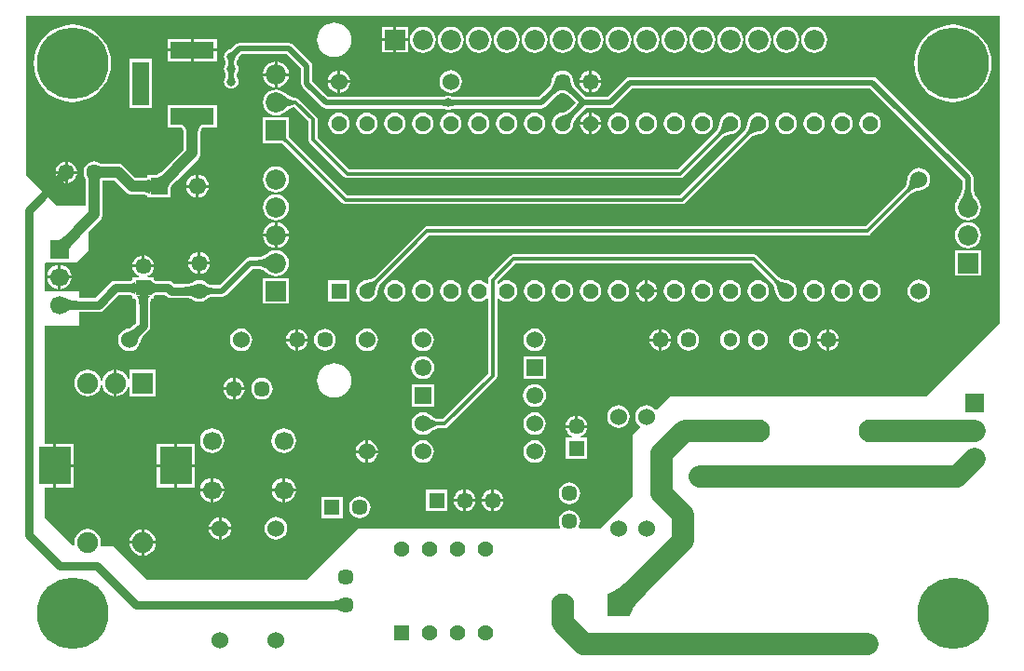
<source format=gbl>
G04*
G04 #@! TF.GenerationSoftware,Altium Limited,Altium Designer,20.1.8 (145)*
G04*
G04 Layer_Physical_Order=2*
G04 Layer_Color=16711680*
%FSLAX25Y25*%
%MOIN*%
G70*
G04*
G04 #@! TF.SameCoordinates,DC33A1B7-073B-4291-B7B0-CC2688F11226*
G04*
G04*
G04 #@! TF.FilePolarity,Positive*
G04*
G01*
G75*
%ADD44C,0.03000*%
%ADD45C,0.01200*%
%ADD46C,0.02000*%
%ADD48R,0.06673X0.06673*%
%ADD49C,0.06673*%
%ADD50R,0.11811X0.13622*%
%ADD51C,0.07480*%
%ADD52R,0.07480X0.07480*%
%ADD53C,0.05630*%
%ADD54R,0.05630X0.05630*%
%ADD55C,0.07244*%
%ADD56R,0.07244X0.07244*%
%ADD57C,0.06024*%
%ADD58C,0.05709*%
%ADD59R,0.07244X0.07244*%
%ADD60C,0.05118*%
%ADD61C,0.06890*%
%ADD62C,0.08268*%
%ADD63R,0.08268X0.08268*%
%ADD64R,0.05709X0.05709*%
%ADD65R,0.06102X0.06102*%
%ADD66C,0.06102*%
%ADD67R,0.05748X0.05748*%
%ADD68C,0.05748*%
%ADD69R,0.05709X0.05709*%
%ADD70C,0.06693*%
%ADD71R,0.15551X0.05906*%
%ADD72R,0.05906X0.15551*%
%ADD73C,0.25591*%
%ADD74C,0.03150*%
%ADD75C,0.08000*%
%ADD76C,0.04000*%
%ADD77C,0.05000*%
G36*
X66120Y194519D02*
X65780Y194399D01*
X65480Y194199D01*
X65220Y193919D01*
X65000Y193559D01*
X64820Y193119D01*
X64680Y192599D01*
X64580Y191999D01*
X64520Y191319D01*
X64500Y190559D01*
X60500D01*
X60480Y191319D01*
X60420Y191999D01*
X60320Y192599D01*
X60180Y193119D01*
X60000Y193559D01*
X59780Y193919D01*
X59520Y194199D01*
X59220Y194399D01*
X58880Y194519D01*
X58500Y194559D01*
X66500D01*
X66120Y194519D01*
D02*
G37*
G36*
X56478Y175539D02*
X55685Y174718D01*
X54438Y173246D01*
X53984Y172595D01*
X53643Y172001D01*
X53416Y171463D01*
X53302Y170983D01*
X53300Y170559D01*
X53412Y170192D01*
X53637Y169882D01*
X47993Y175527D01*
X48303Y175302D01*
X48669Y175190D01*
X49093Y175191D01*
X49574Y175306D01*
X50111Y175533D01*
X50705Y175874D01*
X51356Y176328D01*
X52064Y176894D01*
X53649Y178368D01*
X56478Y175539D01*
D02*
G37*
G36*
X29334Y179712D02*
X29476Y179667D01*
X29667Y179628D01*
X29908Y179594D01*
X30538Y179542D01*
X31854Y179503D01*
X32391Y179500D01*
Y175500D01*
X31854Y175497D01*
X29667Y175372D01*
X29635Y175365D01*
X29628Y175333D01*
X29594Y175092D01*
X29542Y174462D01*
X29503Y173146D01*
X29500Y172609D01*
X25500D01*
X25497Y173146D01*
X25372Y175333D01*
X25332Y175524D01*
X25288Y175666D01*
X25238Y175759D01*
X29241D01*
Y179762D01*
X29334Y179712D01*
D02*
G37*
G36*
X47571Y169461D02*
X47531Y169658D01*
X47411Y169835D01*
X47211Y169991D01*
X46931Y170126D01*
X46571Y170240D01*
X46131Y170334D01*
X45611Y170406D01*
X45011Y170458D01*
X43571Y170500D01*
Y174500D01*
X44331Y174510D01*
X46131Y174666D01*
X46571Y174760D01*
X46931Y174874D01*
X47211Y175009D01*
X47411Y175165D01*
X47531Y175342D01*
X47571Y175539D01*
Y169461D01*
D02*
G37*
G36*
X351500Y233500D02*
X351500Y123644D01*
X325104Y97249D01*
X233749Y97249D01*
X228869Y92369D01*
X228205Y92413D01*
X227861Y92861D01*
X227023Y93504D01*
X226047Y93909D01*
X225000Y94046D01*
X223953Y93909D01*
X222977Y93504D01*
X222139Y92861D01*
X221496Y92023D01*
X221091Y91047D01*
X220954Y90000D01*
X221091Y88953D01*
X221496Y87977D01*
X222139Y87139D01*
X222587Y86795D01*
X222631Y86131D01*
X220000Y83500D01*
X220000Y61500D01*
X208500Y50000D01*
X201005D01*
X200784Y50449D01*
X200867Y50556D01*
X201255Y51494D01*
X201388Y52500D01*
X201255Y53506D01*
X200867Y54444D01*
X200249Y55249D01*
X199444Y55867D01*
X198506Y56255D01*
X197500Y56388D01*
X196494Y56255D01*
X195556Y55867D01*
X194751Y55249D01*
X194133Y54444D01*
X193745Y53506D01*
X193612Y52500D01*
X193745Y51494D01*
X194133Y50556D01*
X194216Y50449D01*
X193995Y50000D01*
X171500Y50000D01*
X121700Y50000D01*
X103400Y31700D01*
X46100Y31700D01*
X34300Y43500D01*
X30191Y43500D01*
X29815Y44000D01*
X29939Y44941D01*
X29776Y46178D01*
X29298Y47332D01*
X28538Y48322D01*
X27548Y49082D01*
X26395Y49559D01*
X25157Y49722D01*
X23920Y49559D01*
X22767Y49082D01*
X21777Y48322D01*
X21017Y47332D01*
X20539Y46178D01*
X20376Y44941D01*
X20464Y44277D01*
X20080Y43804D01*
X19719Y43781D01*
X9748Y53751D01*
Y64689D01*
X12846D01*
Y72500D01*
Y80311D01*
X9748D01*
X9748Y122604D01*
X22249Y122604D01*
Y127451D01*
X29000D01*
X29976Y127645D01*
X30802Y128198D01*
X36119Y133514D01*
X39890D01*
X40122Y133496D01*
X40493Y133440D01*
X40782Y133371D01*
X40986Y133296D01*
X41102Y133232D01*
X41133Y133207D01*
X41145Y133101D01*
X41146Y133100D01*
Y132209D01*
X42037D01*
X42039Y132208D01*
X42144Y132196D01*
X42169Y132165D01*
X42233Y132048D01*
X42308Y131845D01*
X42377Y131556D01*
X42433Y131185D01*
X42451Y130953D01*
Y123556D01*
X41648Y122753D01*
X41199Y122367D01*
X40906Y122149D01*
X40621Y121960D01*
X40353Y121806D01*
X40104Y121684D01*
X39876Y121595D01*
X39668Y121534D01*
X39426Y121489D01*
X39357Y121462D01*
X38953Y121408D01*
X37977Y121004D01*
X37139Y120361D01*
X36496Y119523D01*
X36091Y118547D01*
X35954Y117500D01*
X36091Y116453D01*
X36496Y115477D01*
X37139Y114639D01*
X37977Y113996D01*
X38953Y113592D01*
X40000Y113454D01*
X41047Y113592D01*
X42023Y113996D01*
X42861Y114639D01*
X43504Y115477D01*
X43909Y116453D01*
X43962Y116857D01*
X43989Y116926D01*
X44034Y117168D01*
X44095Y117376D01*
X44184Y117604D01*
X44306Y117853D01*
X44460Y118121D01*
X44649Y118406D01*
X44867Y118699D01*
X45253Y119148D01*
X46802Y120698D01*
X47355Y121525D01*
X47549Y122500D01*
Y130953D01*
X47567Y131185D01*
X47623Y131556D01*
X47692Y131845D01*
X47767Y132048D01*
X47831Y132165D01*
X47856Y132196D01*
X47961Y132208D01*
X47963Y132209D01*
X48854D01*
Y133100D01*
X48855Y133101D01*
X48867Y133207D01*
X48898Y133232D01*
X49014Y133296D01*
X49218Y133371D01*
X49507Y133440D01*
X49878Y133496D01*
X50110Y133514D01*
X52881D01*
X53198Y133198D01*
X54025Y132645D01*
X55000Y132451D01*
X60610D01*
X61360Y132369D01*
X61663Y132313D01*
X61938Y132245D01*
X62173Y132169D01*
X62366Y132089D01*
X62519Y132008D01*
X62687Y131894D01*
X62752Y131867D01*
X63056Y131633D01*
X63994Y131245D01*
X65000Y131112D01*
X66006Y131245D01*
X66944Y131633D01*
X67260Y131876D01*
X67337Y131911D01*
X67643Y132131D01*
X67929Y132310D01*
X68221Y132467D01*
X68522Y132602D01*
X68830Y132717D01*
X69148Y132811D01*
X69475Y132884D01*
X69814Y132937D01*
X70073Y132961D01*
X73200D01*
X73980Y133116D01*
X74642Y133558D01*
X84045Y142961D01*
X85839D01*
X86228Y142917D01*
X86645Y142837D01*
X87065Y142725D01*
X87489Y142579D01*
X87916Y142400D01*
X88348Y142185D01*
X88784Y141934D01*
X89224Y141646D01*
X89689Y141307D01*
X89769Y141269D01*
X90169Y140963D01*
X91293Y140497D01*
X92500Y140338D01*
X93707Y140497D01*
X94831Y140963D01*
X95797Y141703D01*
X96537Y142669D01*
X97003Y143793D01*
X97162Y145000D01*
X97003Y146207D01*
X96537Y147331D01*
X95797Y148296D01*
X94831Y149037D01*
X93707Y149503D01*
X92500Y149662D01*
X91293Y149503D01*
X90169Y149037D01*
X89769Y148731D01*
X89689Y148693D01*
X89224Y148354D01*
X88784Y148066D01*
X88348Y147816D01*
X87916Y147600D01*
X87489Y147421D01*
X87065Y147275D01*
X86645Y147163D01*
X86228Y147083D01*
X85839Y147039D01*
X83200D01*
X83200Y147039D01*
X82420Y146884D01*
X81758Y146442D01*
X81758Y146442D01*
X72355Y137039D01*
X70073D01*
X69814Y137063D01*
X69475Y137116D01*
X69148Y137189D01*
X68830Y137283D01*
X68521Y137398D01*
X68221Y137533D01*
X67929Y137690D01*
X67643Y137869D01*
X67337Y138089D01*
X67260Y138124D01*
X66944Y138367D01*
X66006Y138755D01*
X65000Y138888D01*
X63994Y138755D01*
X63056Y138367D01*
X62752Y138133D01*
X62687Y138106D01*
X62519Y137992D01*
X62366Y137911D01*
X62173Y137831D01*
X61953Y137760D01*
X61334Y137627D01*
X61006Y137584D01*
X60497Y137549D01*
X56056D01*
X55739Y137865D01*
X54913Y138418D01*
X53937Y138612D01*
X50110D01*
X49878Y138630D01*
X49507Y138686D01*
X49218Y138755D01*
X49014Y138830D01*
X48898Y138893D01*
X48867Y138919D01*
X48855Y139024D01*
X48854Y139026D01*
Y139917D01*
X47881D01*
X47842Y139925D01*
X47804Y139917D01*
X47731D01*
X47723Y139918D01*
X47721Y139917D01*
X46674D01*
X46575Y140417D01*
X46944Y140570D01*
X47749Y141188D01*
X48367Y141993D01*
X48755Y142931D01*
X48822Y143437D01*
X45000D01*
X41178D01*
X41245Y142931D01*
X41633Y141993D01*
X42251Y141188D01*
X43056Y140570D01*
X43425Y140417D01*
X43326Y139917D01*
X42279D01*
X42277Y139918D01*
X42269Y139917D01*
X42196D01*
X42158Y139925D01*
X42120Y139917D01*
X41146D01*
Y139026D01*
X41145Y139024D01*
X41133Y138919D01*
X41102Y138893D01*
X40986Y138830D01*
X40782Y138755D01*
X40493Y138686D01*
X40122Y138630D01*
X39890Y138612D01*
X35063D01*
X34087Y138418D01*
X33261Y137865D01*
X27944Y132549D01*
X22249D01*
Y134748D01*
X9950D01*
X9858Y134787D01*
X9787Y134857D01*
X9748Y134950D01*
Y144856D01*
X10113Y145220D01*
X10165Y145252D01*
X21251Y145252D01*
X25500Y149500D01*
Y156221D01*
X29640Y160360D01*
X30121Y160987D01*
X30423Y161717D01*
X30526Y162500D01*
Y173254D01*
X30560Y174402D01*
X31819Y174474D01*
X34747D01*
X38860Y170360D01*
X39487Y169879D01*
X40217Y169577D01*
X41000Y169474D01*
X41000Y169474D01*
X43774D01*
X44952Y169440D01*
X45496Y169393D01*
X45954Y169329D01*
X46310Y169253D01*
X46553Y169176D01*
X46559Y169173D01*
Y168449D01*
X47533D01*
X47571Y168441D01*
X47609Y168449D01*
X54661D01*
Y171726D01*
X54846Y172049D01*
X55247Y172623D01*
X56441Y174034D01*
X56954Y174565D01*
X64640Y182250D01*
X64640Y182250D01*
X65121Y182877D01*
X65423Y183607D01*
X65526Y184390D01*
Y190785D01*
X65538Y191261D01*
X65592Y191870D01*
X65677Y192382D01*
X65788Y192792D01*
X65913Y193097D01*
X66037Y193300D01*
X66145Y193418D01*
X66240Y193480D01*
X66346Y193518D01*
X66607Y193545D01*
X66613Y193547D01*
X71276D01*
Y201453D01*
X53724D01*
Y193547D01*
X58387D01*
X58393Y193545D01*
X58654Y193518D01*
X58760Y193480D01*
X58855Y193418D01*
X58963Y193300D01*
X59087Y193097D01*
X59212Y192792D01*
X59323Y192382D01*
X59408Y191870D01*
X59462Y191261D01*
X59474Y190785D01*
Y185643D01*
X52816Y178985D01*
X51397Y177667D01*
X50745Y177145D01*
X50159Y176736D01*
X49837Y176551D01*
X47609D01*
X47571Y176559D01*
X47533Y176551D01*
X46559D01*
Y175827D01*
X46553Y175824D01*
X46310Y175747D01*
X45981Y175677D01*
X44280Y175529D01*
X44025Y175526D01*
X42253D01*
X38140Y179640D01*
X37513Y180121D01*
X36783Y180423D01*
X36000Y180526D01*
X31746D01*
X30596Y180560D01*
X30022Y180608D01*
X29841Y180633D01*
X29731Y180656D01*
X29731Y180656D01*
X29723Y180660D01*
X29706Y180665D01*
X29444Y180867D01*
X28506Y181255D01*
X27500Y181388D01*
X26494Y181255D01*
X25556Y180867D01*
X24751Y180249D01*
X24133Y179444D01*
X23745Y178506D01*
X23612Y177500D01*
X23745Y176494D01*
X24133Y175556D01*
X24335Y175294D01*
X24340Y175277D01*
X24344Y175269D01*
X24344Y175269D01*
X24358Y175200D01*
X24474Y173181D01*
Y165637D01*
X24144Y165500D01*
X14144Y165500D01*
X3000Y176644D01*
Y233500D01*
X351500Y233500D01*
D02*
G37*
G36*
X21153Y153325D02*
X20360Y152503D01*
X19113Y151031D01*
X18659Y150380D01*
X18319Y149786D01*
X18091Y149249D01*
X17977Y148768D01*
X17976Y148345D01*
X18088Y147978D01*
X18313Y147668D01*
X12668Y153313D01*
X12978Y153087D01*
X13345Y152976D01*
X13768Y152977D01*
X14249Y153091D01*
X14786Y153319D01*
X15380Y153659D01*
X16031Y154113D01*
X16739Y154680D01*
X18325Y156153D01*
X21153Y153325D01*
D02*
G37*
G36*
X90290Y142130D02*
X89804Y142485D01*
X89317Y142803D01*
X88830Y143084D01*
X88341Y143327D01*
X87852Y143533D01*
X87363Y143701D01*
X86872Y143832D01*
X86381Y143925D01*
X85889Y143981D01*
X85397Y144000D01*
Y146000D01*
X85889Y146019D01*
X86381Y146075D01*
X86872Y146168D01*
X87363Y146299D01*
X87852Y146467D01*
X88341Y146673D01*
X88830Y146916D01*
X89317Y147197D01*
X89804Y147515D01*
X90290Y147870D01*
Y142130D01*
D02*
G37*
G36*
X47872Y138650D02*
X47962Y138422D01*
X48112Y138221D01*
X48322Y138046D01*
X48592Y137899D01*
X48922Y137778D01*
X49312Y137684D01*
X49762Y137617D01*
X50272Y137576D01*
X50842Y137563D01*
Y134563D01*
X50272Y134550D01*
X49762Y134509D01*
X49312Y134442D01*
X48922Y134348D01*
X48592Y134227D01*
X48322Y134080D01*
X48112Y133905D01*
X47962Y133704D01*
X47872Y133476D01*
X47842Y133221D01*
X47587Y133191D01*
X47359Y133101D01*
X47158Y132951D01*
X46983Y132741D01*
X46836Y132471D01*
X46715Y132141D01*
X46621Y131751D01*
X46554Y131301D01*
X46513Y130791D01*
X46500Y130221D01*
X43500D01*
X43487Y130791D01*
X43446Y131301D01*
X43379Y131751D01*
X43285Y132141D01*
X43164Y132471D01*
X43017Y132741D01*
X42842Y132951D01*
X42641Y133101D01*
X42413Y133191D01*
X42158Y133221D01*
X42128Y133476D01*
X42038Y133704D01*
X41888Y133905D01*
X41678Y134080D01*
X41408Y134227D01*
X41078Y134348D01*
X40688Y134442D01*
X40238Y134509D01*
X39728Y134550D01*
X39158Y134563D01*
Y137563D01*
X39728Y137576D01*
X40238Y137617D01*
X40688Y137684D01*
X41078Y137778D01*
X41408Y137899D01*
X41678Y138046D01*
X41888Y138221D01*
X42038Y138422D01*
X42128Y138650D01*
X42158Y138905D01*
Y133221D01*
X47842D01*
Y138905D01*
X47872Y138650D01*
D02*
G37*
G36*
X67074Y137022D02*
X67417Y136808D01*
X67770Y136618D01*
X68134Y136454D01*
X68507Y136315D01*
X68891Y136202D01*
X69285Y136114D01*
X69689Y136050D01*
X70103Y136013D01*
X70528Y136000D01*
Y134000D01*
X70103Y133987D01*
X69689Y133949D01*
X69285Y133886D01*
X68891Y133798D01*
X68507Y133685D01*
X68134Y133546D01*
X67770Y133382D01*
X67417Y133193D01*
X67074Y132978D01*
X66741Y132738D01*
Y137262D01*
X67074Y137022D01*
D02*
G37*
G36*
X63259Y132738D02*
X63045Y132883D01*
X62801Y133012D01*
X62524Y133127D01*
X62217Y133226D01*
X61879Y133310D01*
X61509Y133378D01*
X60676Y133469D01*
X60212Y133492D01*
X59717Y133500D01*
Y136500D01*
X60212Y136508D01*
X61108Y136569D01*
X61509Y136622D01*
X62217Y136774D01*
X62524Y136873D01*
X62801Y136987D01*
X63045Y137117D01*
X63259Y137262D01*
Y132738D01*
D02*
G37*
G36*
X17346Y132427D02*
X17682Y132232D01*
X18045Y132061D01*
X18434Y131912D01*
X18849Y131786D01*
X19290Y131683D01*
X19758Y131603D01*
X20251Y131546D01*
X21317Y131500D01*
Y128500D01*
X20771Y128489D01*
X19758Y128397D01*
X19290Y128317D01*
X18849Y128214D01*
X18434Y128088D01*
X18045Y127939D01*
X17682Y127768D01*
X17346Y127573D01*
X17035Y127356D01*
Y132644D01*
X17346Y132427D01*
D02*
G37*
G36*
X45037Y120416D02*
X44681Y120047D01*
X44070Y119336D01*
X43815Y118993D01*
X43593Y118658D01*
X43405Y118332D01*
X43250Y118014D01*
X43129Y117705D01*
X43041Y117404D01*
X42987Y117112D01*
X39612Y120487D01*
X39904Y120541D01*
X40205Y120629D01*
X40514Y120750D01*
X40832Y120905D01*
X41158Y121093D01*
X41493Y121315D01*
X41836Y121570D01*
X42547Y122181D01*
X42916Y122537D01*
X45037Y120416D01*
D02*
G37*
G36*
X115759Y20238D02*
X115545Y20383D01*
X115301Y20513D01*
X115024Y20627D01*
X114717Y20726D01*
X114379Y20810D01*
X114009Y20878D01*
X113176Y20969D01*
X112712Y20992D01*
X112217Y21000D01*
Y24000D01*
X112712Y24008D01*
X113608Y24069D01*
X114009Y24122D01*
X114717Y24274D01*
X115024Y24373D01*
X115301Y24487D01*
X115545Y24617D01*
X115759Y24762D01*
Y20238D01*
D02*
G37*
G36*
X224779Y26622D02*
X223704Y25521D01*
X221158Y22588D01*
X220536Y21733D01*
X220027Y20939D01*
X219631Y20207D01*
X219348Y19536D01*
X219178Y18926D01*
X219122Y18378D01*
X210878Y26622D01*
X211426Y26678D01*
X212036Y26848D01*
X212707Y27131D01*
X213439Y27527D01*
X214232Y28036D01*
X215088Y28658D01*
X216982Y30242D01*
X219122Y32279D01*
X224779Y26622D01*
D02*
G37*
%LPC*%
G36*
X139622Y229622D02*
X135500D01*
Y225500D01*
X139622D01*
Y229622D01*
D02*
G37*
G36*
X134500D02*
X130378D01*
Y225500D01*
X134500D01*
Y229622D01*
D02*
G37*
G36*
X71276Y225272D02*
X63000D01*
Y221819D01*
X71276D01*
Y225272D01*
D02*
G37*
G36*
X62000D02*
X53724D01*
Y221819D01*
X62000D01*
Y225272D01*
D02*
G37*
G36*
X139622Y224500D02*
X135500D01*
Y220378D01*
X139622D01*
Y224500D01*
D02*
G37*
G36*
X134500D02*
X130378D01*
Y220378D01*
X134500D01*
Y224500D01*
D02*
G37*
G36*
X285000Y229662D02*
X283793Y229503D01*
X282669Y229037D01*
X281703Y228296D01*
X280963Y227331D01*
X280497Y226207D01*
X280338Y225000D01*
X280497Y223793D01*
X280963Y222669D01*
X281703Y221704D01*
X282669Y220963D01*
X283793Y220497D01*
X285000Y220338D01*
X286207Y220497D01*
X287331Y220963D01*
X288297Y221704D01*
X289037Y222669D01*
X289503Y223793D01*
X289662Y225000D01*
X289503Y226207D01*
X289037Y227331D01*
X288297Y228296D01*
X287331Y229037D01*
X286207Y229503D01*
X285000Y229662D01*
D02*
G37*
G36*
X275000D02*
X273793Y229503D01*
X272669Y229037D01*
X271704Y228296D01*
X270963Y227331D01*
X270497Y226207D01*
X270338Y225000D01*
X270497Y223793D01*
X270963Y222669D01*
X271704Y221704D01*
X272669Y220963D01*
X273793Y220497D01*
X275000Y220338D01*
X276207Y220497D01*
X277331Y220963D01*
X278296Y221704D01*
X279037Y222669D01*
X279503Y223793D01*
X279662Y225000D01*
X279503Y226207D01*
X279037Y227331D01*
X278296Y228296D01*
X277331Y229037D01*
X276207Y229503D01*
X275000Y229662D01*
D02*
G37*
G36*
X265000D02*
X263793Y229503D01*
X262669Y229037D01*
X261703Y228296D01*
X260963Y227331D01*
X260497Y226207D01*
X260338Y225000D01*
X260497Y223793D01*
X260963Y222669D01*
X261703Y221704D01*
X262669Y220963D01*
X263793Y220497D01*
X265000Y220338D01*
X266207Y220497D01*
X267331Y220963D01*
X268297Y221704D01*
X269037Y222669D01*
X269503Y223793D01*
X269662Y225000D01*
X269503Y226207D01*
X269037Y227331D01*
X268297Y228296D01*
X267331Y229037D01*
X266207Y229503D01*
X265000Y229662D01*
D02*
G37*
G36*
X255000D02*
X253793Y229503D01*
X252669Y229037D01*
X251704Y228296D01*
X250963Y227331D01*
X250497Y226207D01*
X250338Y225000D01*
X250497Y223793D01*
X250963Y222669D01*
X251704Y221704D01*
X252669Y220963D01*
X253793Y220497D01*
X255000Y220338D01*
X256207Y220497D01*
X257331Y220963D01*
X258296Y221704D01*
X259037Y222669D01*
X259503Y223793D01*
X259662Y225000D01*
X259503Y226207D01*
X259037Y227331D01*
X258296Y228296D01*
X257331Y229037D01*
X256207Y229503D01*
X255000Y229662D01*
D02*
G37*
G36*
X245000D02*
X243793Y229503D01*
X242669Y229037D01*
X241704Y228296D01*
X240963Y227331D01*
X240497Y226207D01*
X240338Y225000D01*
X240497Y223793D01*
X240963Y222669D01*
X241704Y221704D01*
X242669Y220963D01*
X243793Y220497D01*
X245000Y220338D01*
X246207Y220497D01*
X247331Y220963D01*
X248296Y221704D01*
X249037Y222669D01*
X249503Y223793D01*
X249662Y225000D01*
X249503Y226207D01*
X249037Y227331D01*
X248296Y228296D01*
X247331Y229037D01*
X246207Y229503D01*
X245000Y229662D01*
D02*
G37*
G36*
X235000D02*
X233793Y229503D01*
X232669Y229037D01*
X231703Y228296D01*
X230963Y227331D01*
X230497Y226207D01*
X230338Y225000D01*
X230497Y223793D01*
X230963Y222669D01*
X231703Y221704D01*
X232669Y220963D01*
X233793Y220497D01*
X235000Y220338D01*
X236207Y220497D01*
X237331Y220963D01*
X238297Y221704D01*
X239037Y222669D01*
X239503Y223793D01*
X239662Y225000D01*
X239503Y226207D01*
X239037Y227331D01*
X238297Y228296D01*
X237331Y229037D01*
X236207Y229503D01*
X235000Y229662D01*
D02*
G37*
G36*
X225000D02*
X223793Y229503D01*
X222669Y229037D01*
X221704Y228296D01*
X220963Y227331D01*
X220497Y226207D01*
X220338Y225000D01*
X220497Y223793D01*
X220963Y222669D01*
X221704Y221704D01*
X222669Y220963D01*
X223793Y220497D01*
X225000Y220338D01*
X226207Y220497D01*
X227331Y220963D01*
X228296Y221704D01*
X229037Y222669D01*
X229503Y223793D01*
X229662Y225000D01*
X229503Y226207D01*
X229037Y227331D01*
X228296Y228296D01*
X227331Y229037D01*
X226207Y229503D01*
X225000Y229662D01*
D02*
G37*
G36*
X215000D02*
X213793Y229503D01*
X212669Y229037D01*
X211703Y228296D01*
X210963Y227331D01*
X210497Y226207D01*
X210338Y225000D01*
X210497Y223793D01*
X210963Y222669D01*
X211703Y221704D01*
X212669Y220963D01*
X213793Y220497D01*
X215000Y220338D01*
X216207Y220497D01*
X217331Y220963D01*
X218297Y221704D01*
X219037Y222669D01*
X219503Y223793D01*
X219662Y225000D01*
X219503Y226207D01*
X219037Y227331D01*
X218297Y228296D01*
X217331Y229037D01*
X216207Y229503D01*
X215000Y229662D01*
D02*
G37*
G36*
X205000D02*
X203793Y229503D01*
X202669Y229037D01*
X201704Y228296D01*
X200963Y227331D01*
X200497Y226207D01*
X200338Y225000D01*
X200497Y223793D01*
X200963Y222669D01*
X201704Y221704D01*
X202669Y220963D01*
X203793Y220497D01*
X205000Y220338D01*
X206207Y220497D01*
X207331Y220963D01*
X208296Y221704D01*
X209037Y222669D01*
X209503Y223793D01*
X209662Y225000D01*
X209503Y226207D01*
X209037Y227331D01*
X208296Y228296D01*
X207331Y229037D01*
X206207Y229503D01*
X205000Y229662D01*
D02*
G37*
G36*
X195000D02*
X193793Y229503D01*
X192669Y229037D01*
X191703Y228296D01*
X190963Y227331D01*
X190497Y226207D01*
X190338Y225000D01*
X190497Y223793D01*
X190963Y222669D01*
X191703Y221704D01*
X192669Y220963D01*
X193793Y220497D01*
X195000Y220338D01*
X196207Y220497D01*
X197331Y220963D01*
X198296Y221704D01*
X199037Y222669D01*
X199503Y223793D01*
X199662Y225000D01*
X199503Y226207D01*
X199037Y227331D01*
X198296Y228296D01*
X197331Y229037D01*
X196207Y229503D01*
X195000Y229662D01*
D02*
G37*
G36*
X185000D02*
X183793Y229503D01*
X182669Y229037D01*
X181703Y228296D01*
X180963Y227331D01*
X180497Y226207D01*
X180338Y225000D01*
X180497Y223793D01*
X180963Y222669D01*
X181703Y221704D01*
X182669Y220963D01*
X183793Y220497D01*
X185000Y220338D01*
X186207Y220497D01*
X187331Y220963D01*
X188296Y221704D01*
X189037Y222669D01*
X189503Y223793D01*
X189662Y225000D01*
X189503Y226207D01*
X189037Y227331D01*
X188296Y228296D01*
X187331Y229037D01*
X186207Y229503D01*
X185000Y229662D01*
D02*
G37*
G36*
X175000D02*
X173793Y229503D01*
X172669Y229037D01*
X171704Y228296D01*
X170963Y227331D01*
X170497Y226207D01*
X170338Y225000D01*
X170497Y223793D01*
X170963Y222669D01*
X171704Y221704D01*
X172669Y220963D01*
X173793Y220497D01*
X175000Y220338D01*
X176207Y220497D01*
X177331Y220963D01*
X178296Y221704D01*
X179037Y222669D01*
X179503Y223793D01*
X179662Y225000D01*
X179503Y226207D01*
X179037Y227331D01*
X178296Y228296D01*
X177331Y229037D01*
X176207Y229503D01*
X175000Y229662D01*
D02*
G37*
G36*
X165000D02*
X163793Y229503D01*
X162669Y229037D01*
X161704Y228296D01*
X160963Y227331D01*
X160497Y226207D01*
X160338Y225000D01*
X160497Y223793D01*
X160963Y222669D01*
X161704Y221704D01*
X162669Y220963D01*
X163793Y220497D01*
X165000Y220338D01*
X166207Y220497D01*
X167331Y220963D01*
X168297Y221704D01*
X169037Y222669D01*
X169503Y223793D01*
X169662Y225000D01*
X169503Y226207D01*
X169037Y227331D01*
X168297Y228296D01*
X167331Y229037D01*
X166207Y229503D01*
X165000Y229662D01*
D02*
G37*
G36*
X155000D02*
X153793Y229503D01*
X152669Y229037D01*
X151704Y228296D01*
X150963Y227331D01*
X150497Y226207D01*
X150338Y225000D01*
X150497Y223793D01*
X150963Y222669D01*
X151704Y221704D01*
X152669Y220963D01*
X153793Y220497D01*
X155000Y220338D01*
X156207Y220497D01*
X157331Y220963D01*
X158297Y221704D01*
X159037Y222669D01*
X159503Y223793D01*
X159662Y225000D01*
X159503Y226207D01*
X159037Y227331D01*
X158297Y228296D01*
X157331Y229037D01*
X156207Y229503D01*
X155000Y229662D01*
D02*
G37*
G36*
X145000D02*
X143793Y229503D01*
X142669Y229037D01*
X141703Y228296D01*
X140963Y227331D01*
X140497Y226207D01*
X140338Y225000D01*
X140497Y223793D01*
X140963Y222669D01*
X141703Y221704D01*
X142669Y220963D01*
X143793Y220497D01*
X145000Y220338D01*
X146207Y220497D01*
X147331Y220963D01*
X148296Y221704D01*
X149037Y222669D01*
X149503Y223793D01*
X149662Y225000D01*
X149503Y226207D01*
X149037Y227331D01*
X148296Y228296D01*
X147331Y229037D01*
X146207Y229503D01*
X145000Y229662D01*
D02*
G37*
G36*
X113347Y231148D02*
X112147Y231030D01*
X110994Y230680D01*
X109931Y230112D01*
X108999Y229347D01*
X108235Y228415D01*
X107667Y227353D01*
X107317Y226199D01*
X107199Y225000D01*
X107317Y223801D01*
X107667Y222647D01*
X108235Y221585D01*
X108999Y220653D01*
X109931Y219888D01*
X110994Y219320D01*
X112147Y218970D01*
X113347Y218852D01*
X114546Y218970D01*
X115699Y219320D01*
X116762Y219888D01*
X117694Y220653D01*
X118458Y221585D01*
X119026Y222647D01*
X119376Y223801D01*
X119494Y225000D01*
X119376Y226199D01*
X119026Y227353D01*
X118458Y228415D01*
X117694Y229347D01*
X116762Y230112D01*
X115699Y230680D01*
X114546Y231030D01*
X113347Y231148D01*
D02*
G37*
G36*
X71276Y220819D02*
X63000D01*
Y217366D01*
X71276D01*
Y220819D01*
D02*
G37*
G36*
X62000D02*
X53724D01*
Y217366D01*
X62000D01*
Y220819D01*
D02*
G37*
G36*
X93000Y217096D02*
Y213000D01*
X97096D01*
X97003Y213707D01*
X96537Y214831D01*
X95797Y215796D01*
X94831Y216537D01*
X93707Y217003D01*
X93000Y217096D01*
D02*
G37*
G36*
X92000D02*
X91293Y217003D01*
X90169Y216537D01*
X89204Y215796D01*
X88463Y214831D01*
X87997Y213707D01*
X87904Y213000D01*
X92000D01*
Y217096D01*
D02*
G37*
G36*
X205500Y213822D02*
Y210500D01*
X208822D01*
X208755Y211006D01*
X208367Y211944D01*
X207749Y212749D01*
X206944Y213367D01*
X206006Y213755D01*
X205500Y213822D01*
D02*
G37*
G36*
X204500D02*
X203994Y213755D01*
X203056Y213367D01*
X202251Y212749D01*
X201633Y211944D01*
X201245Y211006D01*
X201178Y210500D01*
X204500D01*
Y213822D01*
D02*
G37*
G36*
X115500Y213981D02*
Y210500D01*
X118981D01*
X118909Y211047D01*
X118504Y212023D01*
X117861Y212861D01*
X117023Y213504D01*
X116047Y213909D01*
X115500Y213981D01*
D02*
G37*
G36*
X114500D02*
X113953Y213909D01*
X112977Y213504D01*
X112139Y212861D01*
X111496Y212023D01*
X111091Y211047D01*
X111019Y210500D01*
X114500D01*
Y213981D01*
D02*
G37*
G36*
X97096Y212000D02*
X93000D01*
Y207904D01*
X93707Y207997D01*
X94831Y208463D01*
X95797Y209204D01*
X96537Y210169D01*
X97003Y211293D01*
X97096Y212000D01*
D02*
G37*
G36*
X92000D02*
X87904D01*
X87997Y211293D01*
X88463Y210169D01*
X89204Y209204D01*
X90169Y208463D01*
X91293Y207997D01*
X92000Y207904D01*
Y212000D01*
D02*
G37*
G36*
X208822Y209500D02*
X205500D01*
Y206178D01*
X206006Y206245D01*
X206944Y206633D01*
X207749Y207251D01*
X208367Y208056D01*
X208755Y208994D01*
X208822Y209500D01*
D02*
G37*
G36*
X204500D02*
X201178D01*
X201245Y208994D01*
X201633Y208056D01*
X202251Y207251D01*
X203056Y206633D01*
X203994Y206245D01*
X204500Y206178D01*
Y209500D01*
D02*
G37*
G36*
X118981D02*
X115500D01*
Y206019D01*
X116047Y206091D01*
X117023Y206496D01*
X117861Y207139D01*
X118504Y207977D01*
X118909Y208953D01*
X118981Y209500D01*
D02*
G37*
G36*
X114500D02*
X111019D01*
X111091Y208953D01*
X111496Y207977D01*
X112139Y207139D01*
X112977Y206496D01*
X113953Y206091D01*
X114500Y206019D01*
Y209500D01*
D02*
G37*
G36*
X155000Y214046D02*
X153953Y213909D01*
X152977Y213504D01*
X152139Y212861D01*
X151496Y212023D01*
X151092Y211047D01*
X150954Y210000D01*
X151092Y208953D01*
X151496Y207977D01*
X152139Y207139D01*
X152977Y206496D01*
X153953Y206091D01*
X155000Y205954D01*
X156047Y206091D01*
X157023Y206496D01*
X157861Y207139D01*
X158504Y207977D01*
X158908Y208953D01*
X159046Y210000D01*
X158908Y211047D01*
X158504Y212023D01*
X157861Y212861D01*
X157023Y213504D01*
X156047Y213909D01*
X155000Y214046D01*
D02*
G37*
G36*
X334646Y230373D02*
X332481Y230203D01*
X330369Y229696D01*
X328363Y228865D01*
X326512Y227730D01*
X324861Y226320D01*
X323451Y224669D01*
X322316Y222818D01*
X321485Y220812D01*
X320978Y218700D01*
X320808Y216535D01*
X320978Y214371D01*
X321485Y212259D01*
X322316Y210253D01*
X323451Y208402D01*
X324861Y206750D01*
X326512Y205340D01*
X328363Y204206D01*
X330369Y203375D01*
X332481Y202868D01*
X334646Y202697D01*
X336810Y202868D01*
X338922Y203375D01*
X340928Y204206D01*
X342779Y205340D01*
X344431Y206750D01*
X345841Y208402D01*
X346975Y210253D01*
X347806Y212259D01*
X348313Y214371D01*
X348484Y216535D01*
X348313Y218700D01*
X347806Y220812D01*
X346975Y222818D01*
X345841Y224669D01*
X344431Y226320D01*
X342779Y227730D01*
X340928Y228865D01*
X338922Y229696D01*
X336810Y230203D01*
X334646Y230373D01*
D02*
G37*
G36*
X19685D02*
X17520Y230203D01*
X15409Y229696D01*
X13403Y228865D01*
X11551Y227730D01*
X9900Y226320D01*
X8490Y224669D01*
X7355Y222818D01*
X6524Y220812D01*
X6018Y218700D01*
X5847Y216535D01*
X6018Y214371D01*
X6524Y212259D01*
X7355Y210253D01*
X8490Y208402D01*
X9900Y206750D01*
X11551Y205340D01*
X13403Y204206D01*
X15409Y203375D01*
X17520Y202868D01*
X19685Y202697D01*
X21850Y202868D01*
X23961Y203375D01*
X25967Y204206D01*
X27819Y205340D01*
X29470Y206750D01*
X30880Y208402D01*
X32015Y210253D01*
X32846Y212259D01*
X33353Y214371D01*
X33523Y216535D01*
X33353Y218700D01*
X32846Y220812D01*
X32015Y222818D01*
X30880Y224669D01*
X29470Y226320D01*
X27819Y227730D01*
X25967Y228865D01*
X23961Y229696D01*
X21850Y230203D01*
X19685Y230373D01*
D02*
G37*
G36*
X47949Y218087D02*
X40043D01*
Y200535D01*
X47949D01*
Y218087D01*
D02*
G37*
G36*
X205500Y198782D02*
Y195500D01*
X208782D01*
X208717Y195996D01*
X208332Y196924D01*
X207721Y197721D01*
X206924Y198332D01*
X205996Y198717D01*
X205500Y198782D01*
D02*
G37*
G36*
X204500D02*
X204004Y198717D01*
X203076Y198332D01*
X202279Y197721D01*
X201668Y196924D01*
X201283Y195996D01*
X201218Y195500D01*
X204500D01*
Y198782D01*
D02*
G37*
G36*
X208782Y194500D02*
X205500D01*
Y191218D01*
X205996Y191283D01*
X206924Y191668D01*
X207721Y192279D01*
X208332Y193076D01*
X208717Y194004D01*
X208782Y194500D01*
D02*
G37*
G36*
X204500D02*
X201218D01*
X201283Y194004D01*
X201668Y193076D01*
X202279Y192279D01*
X203076Y191668D01*
X204004Y191283D01*
X204500Y191218D01*
Y194500D01*
D02*
G37*
G36*
X305000Y198848D02*
X304004Y198717D01*
X303076Y198332D01*
X302279Y197721D01*
X301668Y196924D01*
X301283Y195996D01*
X301152Y195000D01*
X301283Y194004D01*
X301668Y193076D01*
X302279Y192279D01*
X303076Y191668D01*
X304004Y191283D01*
X305000Y191152D01*
X305996Y191283D01*
X306924Y191668D01*
X307721Y192279D01*
X308332Y193076D01*
X308717Y194004D01*
X308848Y195000D01*
X308717Y195996D01*
X308332Y196924D01*
X307721Y197721D01*
X306924Y198332D01*
X305996Y198717D01*
X305000Y198848D01*
D02*
G37*
G36*
X295000D02*
X294004Y198717D01*
X293076Y198332D01*
X292279Y197721D01*
X291668Y196924D01*
X291283Y195996D01*
X291152Y195000D01*
X291283Y194004D01*
X291668Y193076D01*
X292279Y192279D01*
X293076Y191668D01*
X294004Y191283D01*
X295000Y191152D01*
X295996Y191283D01*
X296924Y191668D01*
X297721Y192279D01*
X298332Y193076D01*
X298717Y194004D01*
X298848Y195000D01*
X298717Y195996D01*
X298332Y196924D01*
X297721Y197721D01*
X296924Y198332D01*
X295996Y198717D01*
X295000Y198848D01*
D02*
G37*
G36*
X285000D02*
X284004Y198717D01*
X283076Y198332D01*
X282279Y197721D01*
X281668Y196924D01*
X281283Y195996D01*
X281152Y195000D01*
X281283Y194004D01*
X281668Y193076D01*
X282279Y192279D01*
X283076Y191668D01*
X284004Y191283D01*
X285000Y191152D01*
X285996Y191283D01*
X286924Y191668D01*
X287721Y192279D01*
X288332Y193076D01*
X288717Y194004D01*
X288848Y195000D01*
X288717Y195996D01*
X288332Y196924D01*
X287721Y197721D01*
X286924Y198332D01*
X285996Y198717D01*
X285000Y198848D01*
D02*
G37*
G36*
X275000D02*
X274004Y198717D01*
X273076Y198332D01*
X272279Y197721D01*
X271668Y196924D01*
X271283Y195996D01*
X271152Y195000D01*
X271283Y194004D01*
X271668Y193076D01*
X272279Y192279D01*
X273076Y191668D01*
X274004Y191283D01*
X275000Y191152D01*
X275996Y191283D01*
X276924Y191668D01*
X277721Y192279D01*
X278332Y193076D01*
X278717Y194004D01*
X278848Y195000D01*
X278717Y195996D01*
X278332Y196924D01*
X277721Y197721D01*
X276924Y198332D01*
X275996Y198717D01*
X275000Y198848D01*
D02*
G37*
G36*
X245000D02*
X244004Y198717D01*
X243076Y198332D01*
X242279Y197721D01*
X241668Y196924D01*
X241283Y195996D01*
X241152Y195000D01*
X241283Y194004D01*
X241668Y193076D01*
X242279Y192279D01*
X243076Y191668D01*
X244004Y191283D01*
X245000Y191152D01*
X245996Y191283D01*
X246924Y191668D01*
X247721Y192279D01*
X248332Y193076D01*
X248717Y194004D01*
X248848Y195000D01*
X248717Y195996D01*
X248332Y196924D01*
X247721Y197721D01*
X246924Y198332D01*
X245996Y198717D01*
X245000Y198848D01*
D02*
G37*
G36*
X235000D02*
X234004Y198717D01*
X233076Y198332D01*
X232279Y197721D01*
X231668Y196924D01*
X231283Y195996D01*
X231152Y195000D01*
X231283Y194004D01*
X231668Y193076D01*
X232279Y192279D01*
X233076Y191668D01*
X234004Y191283D01*
X235000Y191152D01*
X235996Y191283D01*
X236924Y191668D01*
X237721Y192279D01*
X238332Y193076D01*
X238717Y194004D01*
X238848Y195000D01*
X238717Y195996D01*
X238332Y196924D01*
X237721Y197721D01*
X236924Y198332D01*
X235996Y198717D01*
X235000Y198848D01*
D02*
G37*
G36*
X225000D02*
X224004Y198717D01*
X223076Y198332D01*
X222279Y197721D01*
X221668Y196924D01*
X221283Y195996D01*
X221152Y195000D01*
X221283Y194004D01*
X221668Y193076D01*
X222279Y192279D01*
X223076Y191668D01*
X224004Y191283D01*
X225000Y191152D01*
X225996Y191283D01*
X226924Y191668D01*
X227721Y192279D01*
X228332Y193076D01*
X228717Y194004D01*
X228848Y195000D01*
X228717Y195996D01*
X228332Y196924D01*
X227721Y197721D01*
X226924Y198332D01*
X225996Y198717D01*
X225000Y198848D01*
D02*
G37*
G36*
X215000D02*
X214004Y198717D01*
X213076Y198332D01*
X212279Y197721D01*
X211668Y196924D01*
X211283Y195996D01*
X211152Y195000D01*
X211283Y194004D01*
X211668Y193076D01*
X212279Y192279D01*
X213076Y191668D01*
X214004Y191283D01*
X215000Y191152D01*
X215996Y191283D01*
X216924Y191668D01*
X217721Y192279D01*
X218332Y193076D01*
X218717Y194004D01*
X218848Y195000D01*
X218717Y195996D01*
X218332Y196924D01*
X217721Y197721D01*
X216924Y198332D01*
X215996Y198717D01*
X215000Y198848D01*
D02*
G37*
G36*
X185000D02*
X184004Y198717D01*
X183076Y198332D01*
X182279Y197721D01*
X181668Y196924D01*
X181283Y195996D01*
X181152Y195000D01*
X181283Y194004D01*
X181668Y193076D01*
X182279Y192279D01*
X183076Y191668D01*
X184004Y191283D01*
X185000Y191152D01*
X185996Y191283D01*
X186924Y191668D01*
X187721Y192279D01*
X188332Y193076D01*
X188717Y194004D01*
X188848Y195000D01*
X188717Y195996D01*
X188332Y196924D01*
X187721Y197721D01*
X186924Y198332D01*
X185996Y198717D01*
X185000Y198848D01*
D02*
G37*
G36*
X175000D02*
X174004Y198717D01*
X173076Y198332D01*
X172279Y197721D01*
X171668Y196924D01*
X171283Y195996D01*
X171152Y195000D01*
X171283Y194004D01*
X171668Y193076D01*
X172279Y192279D01*
X173076Y191668D01*
X174004Y191283D01*
X175000Y191152D01*
X175996Y191283D01*
X176924Y191668D01*
X177721Y192279D01*
X178332Y193076D01*
X178717Y194004D01*
X178848Y195000D01*
X178717Y195996D01*
X178332Y196924D01*
X177721Y197721D01*
X176924Y198332D01*
X175996Y198717D01*
X175000Y198848D01*
D02*
G37*
G36*
X165000D02*
X164004Y198717D01*
X163076Y198332D01*
X162279Y197721D01*
X161668Y196924D01*
X161283Y195996D01*
X161152Y195000D01*
X161283Y194004D01*
X161668Y193076D01*
X162279Y192279D01*
X163076Y191668D01*
X164004Y191283D01*
X165000Y191152D01*
X165996Y191283D01*
X166924Y191668D01*
X167721Y192279D01*
X168332Y193076D01*
X168717Y194004D01*
X168848Y195000D01*
X168717Y195996D01*
X168332Y196924D01*
X167721Y197721D01*
X166924Y198332D01*
X165996Y198717D01*
X165000Y198848D01*
D02*
G37*
G36*
X155000D02*
X154004Y198717D01*
X153076Y198332D01*
X152279Y197721D01*
X151668Y196924D01*
X151283Y195996D01*
X151152Y195000D01*
X151283Y194004D01*
X151668Y193076D01*
X152279Y192279D01*
X153076Y191668D01*
X154004Y191283D01*
X155000Y191152D01*
X155996Y191283D01*
X156924Y191668D01*
X157721Y192279D01*
X158332Y193076D01*
X158717Y194004D01*
X158848Y195000D01*
X158717Y195996D01*
X158332Y196924D01*
X157721Y197721D01*
X156924Y198332D01*
X155996Y198717D01*
X155000Y198848D01*
D02*
G37*
G36*
X145000D02*
X144004Y198717D01*
X143076Y198332D01*
X142279Y197721D01*
X141668Y196924D01*
X141283Y195996D01*
X141152Y195000D01*
X141283Y194004D01*
X141668Y193076D01*
X142279Y192279D01*
X143076Y191668D01*
X144004Y191283D01*
X145000Y191152D01*
X145996Y191283D01*
X146924Y191668D01*
X147721Y192279D01*
X148332Y193076D01*
X148717Y194004D01*
X148848Y195000D01*
X148717Y195996D01*
X148332Y196924D01*
X147721Y197721D01*
X146924Y198332D01*
X145996Y198717D01*
X145000Y198848D01*
D02*
G37*
G36*
X135000D02*
X134004Y198717D01*
X133076Y198332D01*
X132279Y197721D01*
X131668Y196924D01*
X131283Y195996D01*
X131152Y195000D01*
X131283Y194004D01*
X131668Y193076D01*
X132279Y192279D01*
X133076Y191668D01*
X134004Y191283D01*
X135000Y191152D01*
X135996Y191283D01*
X136924Y191668D01*
X137721Y192279D01*
X138332Y193076D01*
X138717Y194004D01*
X138848Y195000D01*
X138717Y195996D01*
X138332Y196924D01*
X137721Y197721D01*
X136924Y198332D01*
X135996Y198717D01*
X135000Y198848D01*
D02*
G37*
G36*
X125000D02*
X124004Y198717D01*
X123076Y198332D01*
X122279Y197721D01*
X121668Y196924D01*
X121283Y195996D01*
X121152Y195000D01*
X121283Y194004D01*
X121668Y193076D01*
X122279Y192279D01*
X123076Y191668D01*
X124004Y191283D01*
X125000Y191152D01*
X125996Y191283D01*
X126924Y191668D01*
X127721Y192279D01*
X128332Y193076D01*
X128717Y194004D01*
X128848Y195000D01*
X128717Y195996D01*
X128332Y196924D01*
X127721Y197721D01*
X126924Y198332D01*
X125996Y198717D01*
X125000Y198848D01*
D02*
G37*
G36*
X115000D02*
X114004Y198717D01*
X113076Y198332D01*
X112279Y197721D01*
X111668Y196924D01*
X111283Y195996D01*
X111152Y195000D01*
X111283Y194004D01*
X111668Y193076D01*
X112279Y192279D01*
X113076Y191668D01*
X114004Y191283D01*
X115000Y191152D01*
X115996Y191283D01*
X116924Y191668D01*
X117721Y192279D01*
X118332Y193076D01*
X118717Y194004D01*
X118848Y195000D01*
X118717Y195996D01*
X118332Y196924D01*
X117721Y197721D01*
X116924Y198332D01*
X115996Y198717D01*
X115000Y198848D01*
D02*
G37*
G36*
X18000Y181322D02*
Y178000D01*
X21322D01*
X21255Y178506D01*
X20867Y179444D01*
X20249Y180249D01*
X19444Y180867D01*
X18506Y181255D01*
X18000Y181322D01*
D02*
G37*
G36*
X17000D02*
X16494Y181255D01*
X15556Y180867D01*
X14751Y180249D01*
X14133Y179444D01*
X13745Y178506D01*
X13678Y178000D01*
X17000D01*
Y181322D01*
D02*
G37*
G36*
X14387Y177000D02*
X13678D01*
X13745Y176494D01*
X13879Y176171D01*
X13885Y176178D01*
X14278Y176787D01*
X14387Y177000D01*
D02*
G37*
G36*
X17000D02*
X15538D01*
X17000Y175538D01*
Y177000D01*
D02*
G37*
G36*
X92500Y207162D02*
X91293Y207003D01*
X90169Y206537D01*
X89204Y205797D01*
X88463Y204831D01*
X87997Y203707D01*
X87838Y202500D01*
X87997Y201293D01*
X88463Y200169D01*
X89204Y199204D01*
X90169Y198463D01*
X91293Y197997D01*
X92500Y197838D01*
X93707Y197997D01*
X94831Y198463D01*
X95226Y198766D01*
X95309Y198805D01*
X95878Y199226D01*
X96400Y199585D01*
X97403Y200186D01*
X97842Y200406D01*
X98260Y200584D01*
X98647Y200719D01*
X98986Y200807D01*
X104019Y195774D01*
Y189350D01*
X104143Y188726D01*
X104497Y188197D01*
X116847Y175847D01*
X117376Y175493D01*
X118000Y175369D01*
X237000D01*
X237624Y175493D01*
X238154Y175847D01*
X252380Y190073D01*
X252401Y190092D01*
X252618Y190257D01*
X252865Y190414D01*
X253143Y190561D01*
X253453Y190699D01*
X253795Y190825D01*
X254159Y190935D01*
X255033Y191128D01*
X255515Y191200D01*
X255601Y191231D01*
X255996Y191283D01*
X256924Y191668D01*
X257721Y192279D01*
X258332Y193076D01*
X258717Y194004D01*
X258848Y195000D01*
X258717Y195996D01*
X258332Y196924D01*
X257721Y197721D01*
X256924Y198332D01*
X255996Y198717D01*
X255000Y198848D01*
X254004Y198717D01*
X253076Y198332D01*
X252279Y197721D01*
X251668Y196924D01*
X251283Y195996D01*
X251233Y195611D01*
X251204Y195536D01*
X251037Y194569D01*
X250939Y194171D01*
X250825Y193795D01*
X250699Y193453D01*
X250561Y193143D01*
X250414Y192865D01*
X250257Y192618D01*
X250092Y192401D01*
X250073Y192380D01*
X236324Y178631D01*
X118676D01*
X107281Y190026D01*
Y196450D01*
X107157Y197074D01*
X106804Y197603D01*
X100753Y203654D01*
X100224Y204007D01*
X99600Y204131D01*
X99425D01*
X99317Y204138D01*
X98999Y204190D01*
X98647Y204281D01*
X98275Y204410D01*
X97380Y204826D01*
X96924Y205085D01*
X95870Y205780D01*
X95309Y206195D01*
X95226Y206235D01*
X94831Y206537D01*
X93707Y207003D01*
X92500Y207162D01*
D02*
G37*
G36*
X21322Y177000D02*
X18000D01*
Y173678D01*
X18506Y173745D01*
X19444Y174133D01*
X20249Y174751D01*
X20867Y175556D01*
X21255Y176494D01*
X21322Y177000D01*
D02*
G37*
G36*
X17000Y174387D02*
X16787Y174278D01*
X16488Y174098D01*
X16178Y173885D01*
X16171Y173879D01*
X16494Y173745D01*
X17000Y173678D01*
Y174387D01*
D02*
G37*
G36*
X64890Y176520D02*
Y173000D01*
X68410D01*
X68337Y173558D01*
X67928Y174543D01*
X67279Y175389D01*
X66433Y176039D01*
X65447Y176447D01*
X64890Y176520D01*
D02*
G37*
G36*
X63890D02*
X63332Y176447D01*
X62347Y176039D01*
X61500Y175389D01*
X60851Y174543D01*
X60443Y173558D01*
X60369Y173000D01*
X63890D01*
Y176520D01*
D02*
G37*
G36*
X92500Y179662D02*
X91293Y179503D01*
X90169Y179037D01*
X89204Y178296D01*
X88463Y177331D01*
X87997Y176207D01*
X87838Y175000D01*
X87997Y173793D01*
X88463Y172669D01*
X89204Y171704D01*
X90169Y170963D01*
X91293Y170497D01*
X92500Y170338D01*
X93707Y170497D01*
X94831Y170963D01*
X95797Y171704D01*
X96537Y172669D01*
X97003Y173793D01*
X97162Y175000D01*
X97003Y176207D01*
X96537Y177331D01*
X95797Y178296D01*
X94831Y179037D01*
X93707Y179503D01*
X92500Y179662D01*
D02*
G37*
G36*
X265000Y198848D02*
X264004Y198717D01*
X263076Y198332D01*
X262279Y197721D01*
X261668Y196924D01*
X261283Y195996D01*
X261233Y195611D01*
X261204Y195536D01*
X261037Y194569D01*
X260939Y194171D01*
X260825Y193795D01*
X260699Y193453D01*
X260561Y193143D01*
X260414Y192865D01*
X260257Y192618D01*
X260092Y192401D01*
X260073Y192380D01*
X237024Y169331D01*
X117976D01*
X97477Y189830D01*
X97290Y190031D01*
X97165Y190188D01*
X97122Y190250D01*
Y190549D01*
X97130Y190587D01*
X97122Y190625D01*
Y197122D01*
X87878D01*
Y187878D01*
X94375D01*
X94413Y187870D01*
X94451Y187878D01*
X94750D01*
X94801Y187843D01*
X95120Y187573D01*
X116146Y166546D01*
X116147Y166546D01*
X116676Y166193D01*
X117300Y166069D01*
X237700D01*
X238324Y166193D01*
X238854Y166546D01*
X262380Y190073D01*
X262401Y190092D01*
X262618Y190257D01*
X262865Y190414D01*
X263143Y190561D01*
X263453Y190699D01*
X263795Y190825D01*
X264159Y190935D01*
X265033Y191128D01*
X265515Y191200D01*
X265601Y191231D01*
X265996Y191283D01*
X266924Y191668D01*
X267721Y192279D01*
X268332Y193076D01*
X268717Y194004D01*
X268848Y195000D01*
X268717Y195996D01*
X268332Y196924D01*
X267721Y197721D01*
X266924Y198332D01*
X265996Y198717D01*
X265000Y198848D01*
D02*
G37*
G36*
X68410Y172000D02*
X64890D01*
Y168480D01*
X65447Y168553D01*
X66433Y168961D01*
X67279Y169611D01*
X67928Y170457D01*
X68337Y171442D01*
X68410Y172000D01*
D02*
G37*
G36*
X63890D02*
X60369D01*
X60443Y171442D01*
X60851Y170457D01*
X61500Y169611D01*
X62347Y168961D01*
X63332Y168553D01*
X63890Y168480D01*
Y172000D01*
D02*
G37*
G36*
X97200Y223839D02*
X79300D01*
X78520Y223684D01*
X77858Y223242D01*
X76530Y221914D01*
X76515Y221900D01*
X76241Y221674D01*
X76150Y221608D01*
X76081Y221564D01*
X76063Y221554D01*
X76062Y221554D01*
X76026Y221537D01*
X76016Y221533D01*
X75828Y221509D01*
X75201Y221249D01*
X74664Y220836D01*
X74251Y220299D01*
X73992Y219672D01*
X73903Y219000D01*
X73992Y218328D01*
X74251Y217702D01*
X74367Y217551D01*
X74371Y217541D01*
X74385Y217504D01*
X74385Y217503D01*
X74391Y217483D01*
X74408Y217403D01*
X74424Y217307D01*
X74461Y216731D01*
Y216583D01*
X74460Y216561D01*
X74426Y216208D01*
X74408Y216097D01*
X74391Y216017D01*
X74385Y215997D01*
X74385Y215996D01*
X74371Y215959D01*
X74366Y215949D01*
X74251Y215798D01*
X73992Y215172D01*
X73903Y214500D01*
X73992Y213828D01*
X74251Y213201D01*
X74367Y213051D01*
X74371Y213041D01*
X74385Y213004D01*
X74385Y213003D01*
X74391Y212983D01*
X74408Y212903D01*
X74424Y212807D01*
X74461Y212231D01*
Y212083D01*
X74460Y212061D01*
X74426Y211708D01*
X74408Y211597D01*
X74391Y211516D01*
X74385Y211497D01*
X74385Y211496D01*
X74371Y211459D01*
X74366Y211449D01*
X74251Y211298D01*
X73992Y210672D01*
X73903Y210000D01*
X73992Y209328D01*
X74251Y208701D01*
X74664Y208164D01*
X75201Y207751D01*
X75828Y207491D01*
X76500Y207403D01*
X77172Y207491D01*
X77798Y207751D01*
X78336Y208164D01*
X78749Y208701D01*
X79009Y209328D01*
X79097Y210000D01*
X79009Y210672D01*
X78749Y211298D01*
X78633Y211449D01*
X78629Y211459D01*
X78615Y211496D01*
X78615Y211497D01*
X78609Y211517D01*
X78592Y211597D01*
X78576Y211693D01*
X78539Y212269D01*
Y212417D01*
X78540Y212439D01*
X78574Y212792D01*
X78592Y212903D01*
X78609Y212983D01*
X78615Y213003D01*
X78615Y213004D01*
X78629Y213041D01*
X78633Y213051D01*
X78749Y213201D01*
X79009Y213828D01*
X79097Y214500D01*
X79009Y215172D01*
X78749Y215798D01*
X78633Y215949D01*
X78629Y215959D01*
X78615Y215996D01*
X78615Y215997D01*
X78609Y216017D01*
X78592Y216097D01*
X78576Y216193D01*
X78539Y216769D01*
Y216917D01*
X78540Y216939D01*
X78574Y217292D01*
X78592Y217403D01*
X78609Y217483D01*
X78615Y217503D01*
X78615Y217504D01*
X78629Y217541D01*
X78633Y217551D01*
X78749Y217702D01*
X79009Y218328D01*
X79033Y218516D01*
X79037Y218526D01*
X79054Y218562D01*
X79054Y218563D01*
X79064Y218581D01*
X79108Y218651D01*
X79165Y218729D01*
X79546Y219163D01*
X80145Y219761D01*
X96355D01*
X101461Y214655D01*
Y209300D01*
X101616Y208520D01*
X102058Y207858D01*
X108958Y200958D01*
X109620Y200516D01*
X110400Y200361D01*
X151917D01*
X151939Y200360D01*
X152292Y200326D01*
X152403Y200308D01*
X152483Y200291D01*
X152503Y200285D01*
X152504Y200285D01*
X152541Y200271D01*
X152551Y200267D01*
X152701Y200151D01*
X153328Y199891D01*
X154000Y199803D01*
X154672Y199891D01*
X155298Y200151D01*
X155449Y200267D01*
X155459Y200271D01*
X155496Y200285D01*
X155497Y200285D01*
X155517Y200291D01*
X155597Y200308D01*
X155693Y200324D01*
X156269Y200361D01*
X187400D01*
X188180Y200516D01*
X188842Y200958D01*
X192854Y204971D01*
X193055Y205137D01*
X193332Y205339D01*
X193615Y205519D01*
X193906Y205677D01*
X194205Y205814D01*
X194513Y205931D01*
X194831Y206027D01*
X195000Y206066D01*
X195169Y206027D01*
X195486Y205931D01*
X195794Y205814D01*
X196094Y205677D01*
X196385Y205519D01*
X196669Y205339D01*
X196946Y205137D01*
X197146Y204971D01*
X199616Y202500D01*
X197087Y199971D01*
X196893Y199809D01*
X196620Y199608D01*
X196341Y199431D01*
X196055Y199274D01*
X195763Y199139D01*
X195462Y199025D01*
X195153Y198931D01*
X194834Y198857D01*
X194473Y198798D01*
X194393Y198768D01*
X194004Y198717D01*
X193076Y198332D01*
X192279Y197721D01*
X191668Y196924D01*
X191283Y195996D01*
X191152Y195000D01*
X191283Y194004D01*
X191668Y193076D01*
X192279Y192279D01*
X193076Y191668D01*
X194004Y191283D01*
X195000Y191152D01*
X195996Y191283D01*
X196924Y191668D01*
X197721Y192279D01*
X198332Y193076D01*
X198717Y194004D01*
X198768Y194393D01*
X198798Y194473D01*
X198857Y194834D01*
X198931Y195153D01*
X199025Y195462D01*
X199139Y195763D01*
X199274Y196055D01*
X199431Y196341D01*
X199608Y196620D01*
X199809Y196893D01*
X199971Y197087D01*
X203345Y200461D01*
X212000D01*
X212780Y200616D01*
X213442Y201058D01*
X219945Y207561D01*
X305055D01*
X337961Y174655D01*
Y171661D01*
X337916Y171272D01*
X337837Y170855D01*
X337725Y170435D01*
X337579Y170011D01*
X337400Y169584D01*
X337185Y169152D01*
X336934Y168716D01*
X336646Y168275D01*
X336307Y167811D01*
X336269Y167731D01*
X335963Y167331D01*
X335497Y166207D01*
X335338Y165000D01*
X335497Y163793D01*
X335963Y162669D01*
X336703Y161704D01*
X337669Y160963D01*
X338793Y160497D01*
X340000Y160338D01*
X341207Y160497D01*
X342331Y160963D01*
X343297Y161704D01*
X344037Y162669D01*
X344503Y163793D01*
X344662Y165000D01*
X344503Y166207D01*
X344037Y167331D01*
X343731Y167731D01*
X343693Y167811D01*
X343354Y168275D01*
X343066Y168716D01*
X342815Y169152D01*
X342600Y169584D01*
X342421Y170011D01*
X342275Y170435D01*
X342163Y170855D01*
X342084Y171272D01*
X342039Y171661D01*
Y175500D01*
X341884Y176280D01*
X341442Y176942D01*
X307342Y211042D01*
X306680Y211484D01*
X305900Y211639D01*
X219100D01*
X219100Y211639D01*
X218320Y211484D01*
X217658Y211042D01*
X211155Y204539D01*
X203345D01*
X200029Y207854D01*
X199863Y208055D01*
X199661Y208331D01*
X199481Y208615D01*
X199323Y208906D01*
X199186Y209206D01*
X199069Y209513D01*
X198973Y209831D01*
X198897Y210160D01*
X198837Y210532D01*
X198807Y210612D01*
X198755Y211006D01*
X198367Y211944D01*
X197749Y212749D01*
X196944Y213367D01*
X196006Y213755D01*
X195000Y213888D01*
X193994Y213755D01*
X193056Y213367D01*
X192251Y212749D01*
X191633Y211944D01*
X191245Y211006D01*
X191193Y210612D01*
X191163Y210532D01*
X191103Y210160D01*
X191027Y209831D01*
X190931Y209514D01*
X190814Y209206D01*
X190677Y208906D01*
X190519Y208615D01*
X190339Y208331D01*
X190137Y208054D01*
X189971Y207854D01*
X186555Y204439D01*
X156083D01*
X156061Y204440D01*
X155708Y204474D01*
X155597Y204492D01*
X155517Y204509D01*
X155497Y204515D01*
X155496Y204515D01*
X155459Y204529D01*
X155449Y204533D01*
X155298Y204649D01*
X154672Y204908D01*
X154000Y204997D01*
X153328Y204908D01*
X152701Y204649D01*
X152551Y204533D01*
X152541Y204529D01*
X152504Y204515D01*
X152503Y204515D01*
X152483Y204509D01*
X152403Y204492D01*
X152307Y204476D01*
X151731Y204439D01*
X111245D01*
X105539Y210145D01*
Y215500D01*
X105539Y215500D01*
X105384Y216280D01*
X104942Y216942D01*
X104942Y216942D01*
X98642Y223242D01*
X97980Y223684D01*
X97200Y223839D01*
D02*
G37*
G36*
X92500Y169662D02*
X91293Y169503D01*
X90169Y169037D01*
X89204Y168297D01*
X88463Y167331D01*
X87997Y166207D01*
X87838Y165000D01*
X87997Y163793D01*
X88463Y162669D01*
X89204Y161704D01*
X90169Y160963D01*
X91293Y160497D01*
X92500Y160338D01*
X93707Y160497D01*
X94831Y160963D01*
X95797Y161704D01*
X96537Y162669D01*
X97003Y163793D01*
X97162Y165000D01*
X97003Y166207D01*
X96537Y167331D01*
X95797Y168297D01*
X94831Y169037D01*
X93707Y169503D01*
X92500Y169662D01*
D02*
G37*
G36*
X93000Y159596D02*
Y155500D01*
X97096D01*
X97003Y156207D01*
X96537Y157331D01*
X95797Y158297D01*
X94831Y159037D01*
X93707Y159503D01*
X93000Y159596D01*
D02*
G37*
G36*
X92000D02*
X91293Y159503D01*
X90169Y159037D01*
X89204Y158297D01*
X88463Y157331D01*
X87997Y156207D01*
X87904Y155500D01*
X92000D01*
Y159596D01*
D02*
G37*
G36*
X97096Y154500D02*
X93000D01*
Y150404D01*
X93707Y150497D01*
X94831Y150963D01*
X95797Y151704D01*
X96537Y152669D01*
X97003Y153793D01*
X97096Y154500D01*
D02*
G37*
G36*
X92000D02*
X87904D01*
X87997Y153793D01*
X88463Y152669D01*
X89204Y151704D01*
X90169Y150963D01*
X91293Y150497D01*
X92000Y150404D01*
Y154500D01*
D02*
G37*
G36*
X340000Y159662D02*
X338793Y159503D01*
X337669Y159037D01*
X336703Y158297D01*
X335963Y157331D01*
X335497Y156207D01*
X335338Y155000D01*
X335497Y153793D01*
X335963Y152669D01*
X336703Y151704D01*
X337669Y150963D01*
X338793Y150497D01*
X340000Y150338D01*
X341207Y150497D01*
X342331Y150963D01*
X343297Y151704D01*
X344037Y152669D01*
X344503Y153793D01*
X344662Y155000D01*
X344503Y156207D01*
X344037Y157331D01*
X343297Y158297D01*
X342331Y159037D01*
X341207Y159503D01*
X340000Y159662D01*
D02*
G37*
G36*
X65500Y148822D02*
Y145500D01*
X68822D01*
X68755Y146006D01*
X68367Y146944D01*
X67749Y147749D01*
X66944Y148367D01*
X66006Y148755D01*
X65500Y148822D01*
D02*
G37*
G36*
X64500D02*
X63994Y148755D01*
X63056Y148367D01*
X62251Y147749D01*
X61633Y146944D01*
X61245Y146006D01*
X61178Y145500D01*
X64500D01*
Y148822D01*
D02*
G37*
G36*
X45500Y147759D02*
Y144437D01*
X48822D01*
X48755Y144943D01*
X48367Y145881D01*
X47749Y146686D01*
X46944Y147304D01*
X46006Y147692D01*
X45500Y147759D01*
D02*
G37*
G36*
X44500D02*
X43994Y147692D01*
X43056Y147304D01*
X42251Y146686D01*
X41633Y145881D01*
X41245Y144943D01*
X41178Y144437D01*
X44500D01*
Y147759D01*
D02*
G37*
G36*
X68822Y144500D02*
X65500D01*
Y141178D01*
X66006Y141245D01*
X66944Y141633D01*
X67749Y142251D01*
X68367Y143056D01*
X68755Y143994D01*
X68822Y144500D01*
D02*
G37*
G36*
X64500D02*
X61178D01*
X61245Y143994D01*
X61633Y143056D01*
X62251Y142251D01*
X63056Y141633D01*
X63994Y141245D01*
X64500Y141178D01*
Y144500D01*
D02*
G37*
G36*
X15500Y144308D02*
Y140500D01*
X19308D01*
X19225Y141132D01*
X18788Y142187D01*
X18093Y143093D01*
X17187Y143788D01*
X16132Y144225D01*
X15500Y144308D01*
D02*
G37*
G36*
X14500D02*
X13868Y144225D01*
X12813Y143788D01*
X11907Y143093D01*
X11212Y142187D01*
X10775Y141132D01*
X10692Y140500D01*
X14500D01*
Y144308D01*
D02*
G37*
G36*
X344622Y149622D02*
X335378D01*
Y140378D01*
X344622D01*
Y149622D01*
D02*
G37*
G36*
X19308Y139500D02*
X15500D01*
Y135692D01*
X16132Y135775D01*
X17187Y136212D01*
X18093Y136907D01*
X18788Y137813D01*
X19225Y138868D01*
X19308Y139500D01*
D02*
G37*
G36*
X14500D02*
X10692D01*
X10775Y138868D01*
X11212Y137813D01*
X11907Y136907D01*
X12813Y136212D01*
X13868Y135775D01*
X14500Y135692D01*
Y139500D01*
D02*
G37*
G36*
X225500Y138782D02*
Y135500D01*
X228782D01*
X228717Y135996D01*
X228332Y136924D01*
X227721Y137721D01*
X226924Y138332D01*
X225996Y138717D01*
X225500Y138782D01*
D02*
G37*
G36*
X224500D02*
X224004Y138717D01*
X223076Y138332D01*
X222279Y137721D01*
X221668Y136924D01*
X221283Y135996D01*
X221218Y135500D01*
X224500D01*
Y138782D01*
D02*
G37*
G36*
X228782Y134500D02*
X225500D01*
Y131218D01*
X225996Y131283D01*
X226924Y131668D01*
X227721Y132279D01*
X228332Y133076D01*
X228717Y134004D01*
X228782Y134500D01*
D02*
G37*
G36*
X224500D02*
X221218D01*
X221283Y134004D01*
X221668Y133076D01*
X222279Y132279D01*
X223076Y131668D01*
X224004Y131283D01*
X224500Y131218D01*
Y134500D01*
D02*
G37*
G36*
X118815Y138815D02*
X111185D01*
Y131185D01*
X118815D01*
Y138815D01*
D02*
G37*
G36*
X305000Y138848D02*
X304004Y138717D01*
X303076Y138332D01*
X302279Y137721D01*
X301668Y136924D01*
X301283Y135996D01*
X301152Y135000D01*
X301283Y134004D01*
X301668Y133076D01*
X302279Y132279D01*
X303076Y131668D01*
X304004Y131283D01*
X305000Y131152D01*
X305996Y131283D01*
X306924Y131668D01*
X307721Y132279D01*
X308332Y133076D01*
X308717Y134004D01*
X308848Y135000D01*
X308717Y135996D01*
X308332Y136924D01*
X307721Y137721D01*
X306924Y138332D01*
X305996Y138717D01*
X305000Y138848D01*
D02*
G37*
G36*
X295000D02*
X294004Y138717D01*
X293076Y138332D01*
X292279Y137721D01*
X291668Y136924D01*
X291283Y135996D01*
X291152Y135000D01*
X291283Y134004D01*
X291668Y133076D01*
X292279Y132279D01*
X293076Y131668D01*
X294004Y131283D01*
X295000Y131152D01*
X295996Y131283D01*
X296924Y131668D01*
X297721Y132279D01*
X298332Y133076D01*
X298717Y134004D01*
X298848Y135000D01*
X298717Y135996D01*
X298332Y136924D01*
X297721Y137721D01*
X296924Y138332D01*
X295996Y138717D01*
X295000Y138848D01*
D02*
G37*
G36*
X285000D02*
X284004Y138717D01*
X283076Y138332D01*
X282279Y137721D01*
X281668Y136924D01*
X281283Y135996D01*
X281152Y135000D01*
X281283Y134004D01*
X281668Y133076D01*
X282279Y132279D01*
X283076Y131668D01*
X284004Y131283D01*
X285000Y131152D01*
X285996Y131283D01*
X286924Y131668D01*
X287721Y132279D01*
X288332Y133076D01*
X288717Y134004D01*
X288848Y135000D01*
X288717Y135996D01*
X288332Y136924D01*
X287721Y137721D01*
X286924Y138332D01*
X285996Y138717D01*
X285000Y138848D01*
D02*
G37*
G36*
X263500Y148131D02*
X177500D01*
X176876Y148007D01*
X176347Y147653D01*
X168846Y140154D01*
X168493Y139624D01*
X168369Y139000D01*
Y137698D01*
X167869Y137528D01*
X167721Y137721D01*
X166924Y138332D01*
X165996Y138717D01*
X165000Y138848D01*
X164004Y138717D01*
X163076Y138332D01*
X162279Y137721D01*
X161668Y136924D01*
X161283Y135996D01*
X161152Y135000D01*
X161283Y134004D01*
X161668Y133076D01*
X162279Y132279D01*
X163076Y131668D01*
X164004Y131283D01*
X165000Y131152D01*
X165996Y131283D01*
X166924Y131668D01*
X167721Y132279D01*
X167869Y132472D01*
X168369Y132302D01*
Y105276D01*
X152224Y89131D01*
X150747D01*
X150694Y89134D01*
X150407Y89175D01*
X150102Y89245D01*
X149777Y89347D01*
X149434Y89483D01*
X149072Y89653D01*
X148703Y89853D01*
X147876Y90386D01*
X147443Y90706D01*
X147361Y90745D01*
X147023Y91004D01*
X146047Y91409D01*
X145000Y91546D01*
X143953Y91409D01*
X142977Y91004D01*
X142139Y90361D01*
X141496Y89523D01*
X141092Y88547D01*
X140954Y87500D01*
X141092Y86453D01*
X141496Y85477D01*
X142139Y84639D01*
X142977Y83996D01*
X143953Y83591D01*
X145000Y83454D01*
X146047Y83591D01*
X147023Y83996D01*
X147361Y84255D01*
X147443Y84294D01*
X147876Y84614D01*
X148703Y85147D01*
X149072Y85347D01*
X149434Y85517D01*
X149777Y85653D01*
X150102Y85755D01*
X150407Y85825D01*
X150694Y85866D01*
X150747Y85869D01*
X152900D01*
X153524Y85993D01*
X154053Y86347D01*
X171153Y103446D01*
X171507Y103976D01*
X171631Y104600D01*
Y132302D01*
X172131Y132472D01*
X172279Y132279D01*
X173076Y131668D01*
X174004Y131283D01*
X175000Y131152D01*
X175996Y131283D01*
X176924Y131668D01*
X177721Y132279D01*
X178332Y133076D01*
X178717Y134004D01*
X178848Y135000D01*
X178717Y135996D01*
X178332Y136924D01*
X177721Y137721D01*
X176924Y138332D01*
X175996Y138717D01*
X175000Y138848D01*
X174004Y138717D01*
X173076Y138332D01*
X172279Y137721D01*
X172131Y137528D01*
X171631Y137698D01*
Y138324D01*
X178176Y144869D01*
X262824D01*
X270073Y137620D01*
X270092Y137599D01*
X270257Y137382D01*
X270414Y137135D01*
X270561Y136857D01*
X270699Y136547D01*
X270825Y136205D01*
X270935Y135841D01*
X271128Y134967D01*
X271200Y134485D01*
X271231Y134399D01*
X271283Y134004D01*
X271668Y133076D01*
X272279Y132279D01*
X273076Y131668D01*
X274004Y131283D01*
X275000Y131152D01*
X275996Y131283D01*
X276924Y131668D01*
X277721Y132279D01*
X278332Y133076D01*
X278717Y134004D01*
X278848Y135000D01*
X278717Y135996D01*
X278332Y136924D01*
X277721Y137721D01*
X276924Y138332D01*
X275996Y138717D01*
X275611Y138767D01*
X275536Y138796D01*
X274569Y138963D01*
X274171Y139061D01*
X273795Y139175D01*
X273453Y139301D01*
X273143Y139439D01*
X272865Y139586D01*
X272618Y139743D01*
X272401Y139908D01*
X272380Y139927D01*
X264653Y147653D01*
X264124Y148007D01*
X263500Y148131D01*
D02*
G37*
G36*
X265000Y138848D02*
X264004Y138717D01*
X263076Y138332D01*
X262279Y137721D01*
X261668Y136924D01*
X261283Y135996D01*
X261152Y135000D01*
X261283Y134004D01*
X261668Y133076D01*
X262279Y132279D01*
X263076Y131668D01*
X264004Y131283D01*
X265000Y131152D01*
X265996Y131283D01*
X266924Y131668D01*
X267721Y132279D01*
X268332Y133076D01*
X268717Y134004D01*
X268848Y135000D01*
X268717Y135996D01*
X268332Y136924D01*
X267721Y137721D01*
X266924Y138332D01*
X265996Y138717D01*
X265000Y138848D01*
D02*
G37*
G36*
X255000D02*
X254004Y138717D01*
X253076Y138332D01*
X252279Y137721D01*
X251668Y136924D01*
X251283Y135996D01*
X251152Y135000D01*
X251283Y134004D01*
X251668Y133076D01*
X252279Y132279D01*
X253076Y131668D01*
X254004Y131283D01*
X255000Y131152D01*
X255996Y131283D01*
X256924Y131668D01*
X257721Y132279D01*
X258332Y133076D01*
X258717Y134004D01*
X258848Y135000D01*
X258717Y135996D01*
X258332Y136924D01*
X257721Y137721D01*
X256924Y138332D01*
X255996Y138717D01*
X255000Y138848D01*
D02*
G37*
G36*
X245000D02*
X244004Y138717D01*
X243076Y138332D01*
X242279Y137721D01*
X241668Y136924D01*
X241283Y135996D01*
X241152Y135000D01*
X241283Y134004D01*
X241668Y133076D01*
X242279Y132279D01*
X243076Y131668D01*
X244004Y131283D01*
X245000Y131152D01*
X245996Y131283D01*
X246924Y131668D01*
X247721Y132279D01*
X248332Y133076D01*
X248717Y134004D01*
X248848Y135000D01*
X248717Y135996D01*
X248332Y136924D01*
X247721Y137721D01*
X246924Y138332D01*
X245996Y138717D01*
X245000Y138848D01*
D02*
G37*
G36*
X235000D02*
X234004Y138717D01*
X233076Y138332D01*
X232279Y137721D01*
X231668Y136924D01*
X231283Y135996D01*
X231152Y135000D01*
X231283Y134004D01*
X231668Y133076D01*
X232279Y132279D01*
X233076Y131668D01*
X234004Y131283D01*
X235000Y131152D01*
X235996Y131283D01*
X236924Y131668D01*
X237721Y132279D01*
X238332Y133076D01*
X238717Y134004D01*
X238848Y135000D01*
X238717Y135996D01*
X238332Y136924D01*
X237721Y137721D01*
X236924Y138332D01*
X235996Y138717D01*
X235000Y138848D01*
D02*
G37*
G36*
X215000D02*
X214004Y138717D01*
X213076Y138332D01*
X212279Y137721D01*
X211668Y136924D01*
X211283Y135996D01*
X211152Y135000D01*
X211283Y134004D01*
X211668Y133076D01*
X212279Y132279D01*
X213076Y131668D01*
X214004Y131283D01*
X215000Y131152D01*
X215996Y131283D01*
X216924Y131668D01*
X217721Y132279D01*
X218332Y133076D01*
X218717Y134004D01*
X218848Y135000D01*
X218717Y135996D01*
X218332Y136924D01*
X217721Y137721D01*
X216924Y138332D01*
X215996Y138717D01*
X215000Y138848D01*
D02*
G37*
G36*
X205000D02*
X204004Y138717D01*
X203076Y138332D01*
X202279Y137721D01*
X201668Y136924D01*
X201283Y135996D01*
X201152Y135000D01*
X201283Y134004D01*
X201668Y133076D01*
X202279Y132279D01*
X203076Y131668D01*
X204004Y131283D01*
X205000Y131152D01*
X205996Y131283D01*
X206924Y131668D01*
X207721Y132279D01*
X208332Y133076D01*
X208717Y134004D01*
X208848Y135000D01*
X208717Y135996D01*
X208332Y136924D01*
X207721Y137721D01*
X206924Y138332D01*
X205996Y138717D01*
X205000Y138848D01*
D02*
G37*
G36*
X195000D02*
X194004Y138717D01*
X193076Y138332D01*
X192279Y137721D01*
X191668Y136924D01*
X191283Y135996D01*
X191152Y135000D01*
X191283Y134004D01*
X191668Y133076D01*
X192279Y132279D01*
X193076Y131668D01*
X194004Y131283D01*
X195000Y131152D01*
X195996Y131283D01*
X196924Y131668D01*
X197721Y132279D01*
X198332Y133076D01*
X198717Y134004D01*
X198848Y135000D01*
X198717Y135996D01*
X198332Y136924D01*
X197721Y137721D01*
X196924Y138332D01*
X195996Y138717D01*
X195000Y138848D01*
D02*
G37*
G36*
X185000D02*
X184004Y138717D01*
X183076Y138332D01*
X182279Y137721D01*
X181668Y136924D01*
X181283Y135996D01*
X181152Y135000D01*
X181283Y134004D01*
X181668Y133076D01*
X182279Y132279D01*
X183076Y131668D01*
X184004Y131283D01*
X185000Y131152D01*
X185996Y131283D01*
X186924Y131668D01*
X187721Y132279D01*
X188332Y133076D01*
X188717Y134004D01*
X188848Y135000D01*
X188717Y135996D01*
X188332Y136924D01*
X187721Y137721D01*
X186924Y138332D01*
X185996Y138717D01*
X185000Y138848D01*
D02*
G37*
G36*
X155000D02*
X154004Y138717D01*
X153076Y138332D01*
X152279Y137721D01*
X151668Y136924D01*
X151283Y135996D01*
X151152Y135000D01*
X151283Y134004D01*
X151668Y133076D01*
X152279Y132279D01*
X153076Y131668D01*
X154004Y131283D01*
X155000Y131152D01*
X155996Y131283D01*
X156924Y131668D01*
X157721Y132279D01*
X158332Y133076D01*
X158717Y134004D01*
X158848Y135000D01*
X158717Y135996D01*
X158332Y136924D01*
X157721Y137721D01*
X156924Y138332D01*
X155996Y138717D01*
X155000Y138848D01*
D02*
G37*
G36*
X145000D02*
X144004Y138717D01*
X143076Y138332D01*
X142279Y137721D01*
X141668Y136924D01*
X141283Y135996D01*
X141152Y135000D01*
X141283Y134004D01*
X141668Y133076D01*
X142279Y132279D01*
X143076Y131668D01*
X144004Y131283D01*
X145000Y131152D01*
X145996Y131283D01*
X146924Y131668D01*
X147721Y132279D01*
X148332Y133076D01*
X148717Y134004D01*
X148848Y135000D01*
X148717Y135996D01*
X148332Y136924D01*
X147721Y137721D01*
X146924Y138332D01*
X145996Y138717D01*
X145000Y138848D01*
D02*
G37*
G36*
X135000D02*
X134004Y138717D01*
X133076Y138332D01*
X132279Y137721D01*
X131668Y136924D01*
X131283Y135996D01*
X131152Y135000D01*
X131283Y134004D01*
X131668Y133076D01*
X132279Y132279D01*
X133076Y131668D01*
X134004Y131283D01*
X135000Y131152D01*
X135996Y131283D01*
X136924Y131668D01*
X137721Y132279D01*
X138332Y133076D01*
X138717Y134004D01*
X138848Y135000D01*
X138717Y135996D01*
X138332Y136924D01*
X137721Y137721D01*
X136924Y138332D01*
X135996Y138717D01*
X135000Y138848D01*
D02*
G37*
G36*
X322500Y179046D02*
X321453Y178909D01*
X320477Y178504D01*
X319639Y177861D01*
X318996Y177023D01*
X318591Y176047D01*
X318536Y175626D01*
X318505Y175539D01*
X318425Y175007D01*
X318217Y174045D01*
X318098Y173643D01*
X317963Y173267D01*
X317816Y172928D01*
X317658Y172626D01*
X317492Y172361D01*
X317318Y172129D01*
X317283Y172090D01*
X303324Y158131D01*
X146500D01*
X145876Y158007D01*
X145346Y157653D01*
X127620Y139927D01*
X127599Y139908D01*
X127382Y139743D01*
X127135Y139586D01*
X126857Y139439D01*
X126547Y139301D01*
X126205Y139175D01*
X125841Y139065D01*
X124967Y138872D01*
X124485Y138800D01*
X124399Y138769D01*
X124004Y138717D01*
X123076Y138332D01*
X122279Y137721D01*
X121668Y136924D01*
X121283Y135996D01*
X121152Y135000D01*
X121283Y134004D01*
X121668Y133076D01*
X122279Y132279D01*
X123076Y131668D01*
X124004Y131283D01*
X125000Y131152D01*
X125996Y131283D01*
X126924Y131668D01*
X127721Y132279D01*
X128332Y133076D01*
X128717Y134004D01*
X128767Y134389D01*
X128796Y134464D01*
X128963Y135431D01*
X129061Y135829D01*
X129175Y136205D01*
X129301Y136547D01*
X129439Y136857D01*
X129586Y137135D01*
X129743Y137382D01*
X129908Y137599D01*
X129927Y137620D01*
X147176Y154869D01*
X304000D01*
X304624Y154993D01*
X305153Y155347D01*
X319590Y169783D01*
X319629Y169818D01*
X319861Y169992D01*
X320127Y170158D01*
X320428Y170316D01*
X320767Y170463D01*
X321143Y170598D01*
X321545Y170717D01*
X322507Y170925D01*
X323039Y171005D01*
X323126Y171036D01*
X323547Y171091D01*
X324523Y171496D01*
X325361Y172139D01*
X326004Y172977D01*
X326409Y173953D01*
X326546Y175000D01*
X326409Y176047D01*
X326004Y177023D01*
X325361Y177861D01*
X324523Y178504D01*
X323547Y178909D01*
X322500Y179046D01*
D02*
G37*
G36*
Y139046D02*
X321453Y138909D01*
X320477Y138504D01*
X319639Y137861D01*
X318996Y137023D01*
X318591Y136047D01*
X318454Y135000D01*
X318591Y133953D01*
X318996Y132977D01*
X319639Y132139D01*
X320477Y131496D01*
X321453Y131091D01*
X322500Y130954D01*
X323547Y131091D01*
X324523Y131496D01*
X325361Y132139D01*
X326004Y132977D01*
X326409Y133953D01*
X326546Y135000D01*
X326409Y136047D01*
X326004Y137023D01*
X325361Y137861D01*
X324523Y138504D01*
X323547Y138909D01*
X322500Y139046D01*
D02*
G37*
G36*
X97122Y139622D02*
X87878D01*
Y130378D01*
X97122D01*
Y139622D01*
D02*
G37*
G36*
X290500Y121322D02*
Y118000D01*
X293822D01*
X293755Y118506D01*
X293367Y119444D01*
X292749Y120249D01*
X291944Y120867D01*
X291006Y121255D01*
X290500Y121322D01*
D02*
G37*
G36*
X100500D02*
Y118000D01*
X103822D01*
X103755Y118506D01*
X103367Y119444D01*
X102749Y120249D01*
X101944Y120867D01*
X101006Y121255D01*
X100500Y121322D01*
D02*
G37*
G36*
X230500D02*
Y118000D01*
X233822D01*
X233755Y118506D01*
X233367Y119444D01*
X232749Y120249D01*
X231944Y120867D01*
X231006Y121255D01*
X230500Y121322D01*
D02*
G37*
G36*
X229500D02*
X228994Y121255D01*
X228056Y120867D01*
X227251Y120249D01*
X226633Y119444D01*
X226245Y118506D01*
X226178Y118000D01*
X229500D01*
Y121322D01*
D02*
G37*
G36*
X289500D02*
X288994Y121255D01*
X288056Y120867D01*
X287251Y120249D01*
X286633Y119444D01*
X286245Y118506D01*
X286178Y118000D01*
X289500D01*
Y121322D01*
D02*
G37*
G36*
X99500D02*
X98994Y121255D01*
X98056Y120867D01*
X97251Y120249D01*
X96633Y119444D01*
X96245Y118506D01*
X96178Y118000D01*
X99500D01*
Y121322D01*
D02*
G37*
G36*
X265000Y121090D02*
X264071Y120967D01*
X263205Y120609D01*
X262462Y120038D01*
X261891Y119295D01*
X261533Y118429D01*
X261410Y117500D01*
X261533Y116571D01*
X261891Y115705D01*
X262462Y114962D01*
X263205Y114391D01*
X264071Y114033D01*
X265000Y113910D01*
X265929Y114033D01*
X266795Y114391D01*
X267538Y114962D01*
X268109Y115705D01*
X268467Y116571D01*
X268590Y117500D01*
X268467Y118429D01*
X268109Y119295D01*
X267538Y120038D01*
X266795Y120609D01*
X265929Y120967D01*
X265000Y121090D01*
D02*
G37*
G36*
X255000D02*
X254071Y120967D01*
X253205Y120609D01*
X252462Y120038D01*
X251891Y119295D01*
X251533Y118429D01*
X251410Y117500D01*
X251533Y116571D01*
X251891Y115705D01*
X252462Y114962D01*
X253205Y114391D01*
X254071Y114033D01*
X255000Y113910D01*
X255929Y114033D01*
X256795Y114391D01*
X257538Y114962D01*
X258109Y115705D01*
X258467Y116571D01*
X258590Y117500D01*
X258467Y118429D01*
X258109Y119295D01*
X257538Y120038D01*
X256795Y120609D01*
X255929Y120967D01*
X255000Y121090D01*
D02*
G37*
G36*
X293822Y117000D02*
X290500D01*
Y113678D01*
X291006Y113745D01*
X291944Y114133D01*
X292749Y114751D01*
X293367Y115556D01*
X293755Y116494D01*
X293822Y117000D01*
D02*
G37*
G36*
X103822D02*
X100500D01*
Y113678D01*
X101006Y113745D01*
X101944Y114133D01*
X102749Y114751D01*
X103367Y115556D01*
X103755Y116494D01*
X103822Y117000D01*
D02*
G37*
G36*
X233822D02*
X230500D01*
Y113678D01*
X231006Y113745D01*
X231944Y114133D01*
X232749Y114751D01*
X233367Y115556D01*
X233755Y116494D01*
X233822Y117000D01*
D02*
G37*
G36*
X229500D02*
X226178D01*
X226245Y116494D01*
X226633Y115556D01*
X227251Y114751D01*
X228056Y114133D01*
X228994Y113745D01*
X229500Y113678D01*
Y117000D01*
D02*
G37*
G36*
X289500D02*
X286178D01*
X286245Y116494D01*
X286633Y115556D01*
X287251Y114751D01*
X288056Y114133D01*
X288994Y113745D01*
X289500Y113678D01*
Y117000D01*
D02*
G37*
G36*
X99500D02*
X96178D01*
X96245Y116494D01*
X96633Y115556D01*
X97251Y114751D01*
X98056Y114133D01*
X98994Y113745D01*
X99500Y113678D01*
Y117000D01*
D02*
G37*
G36*
X280000Y121388D02*
X278994Y121255D01*
X278056Y120867D01*
X277251Y120249D01*
X276633Y119444D01*
X276245Y118506D01*
X276112Y117500D01*
X276245Y116494D01*
X276633Y115556D01*
X277251Y114751D01*
X278056Y114133D01*
X278994Y113745D01*
X280000Y113612D01*
X281006Y113745D01*
X281944Y114133D01*
X282749Y114751D01*
X283367Y115556D01*
X283755Y116494D01*
X283888Y117500D01*
X283755Y118506D01*
X283367Y119444D01*
X282749Y120249D01*
X281944Y120867D01*
X281006Y121255D01*
X280000Y121388D01*
D02*
G37*
G36*
X240000D02*
X238994Y121255D01*
X238056Y120867D01*
X237251Y120249D01*
X236633Y119444D01*
X236245Y118506D01*
X236112Y117500D01*
X236245Y116494D01*
X236633Y115556D01*
X237251Y114751D01*
X238056Y114133D01*
X238994Y113745D01*
X240000Y113612D01*
X241006Y113745D01*
X241944Y114133D01*
X242749Y114751D01*
X243367Y115556D01*
X243755Y116494D01*
X243888Y117500D01*
X243755Y118506D01*
X243367Y119444D01*
X242749Y120249D01*
X241944Y120867D01*
X241006Y121255D01*
X240000Y121388D01*
D02*
G37*
G36*
X110000D02*
X108994Y121255D01*
X108056Y120867D01*
X107251Y120249D01*
X106633Y119444D01*
X106245Y118506D01*
X106112Y117500D01*
X106245Y116494D01*
X106633Y115556D01*
X107251Y114751D01*
X108056Y114133D01*
X108994Y113745D01*
X110000Y113612D01*
X111006Y113745D01*
X111944Y114133D01*
X112749Y114751D01*
X113367Y115556D01*
X113755Y116494D01*
X113888Y117500D01*
X113755Y118506D01*
X113367Y119444D01*
X112749Y120249D01*
X111944Y120867D01*
X111006Y121255D01*
X110000Y121388D01*
D02*
G37*
G36*
X185000Y121546D02*
X183953Y121408D01*
X182977Y121004D01*
X182139Y120361D01*
X181496Y119523D01*
X181091Y118547D01*
X180954Y117500D01*
X181091Y116453D01*
X181496Y115477D01*
X182139Y114639D01*
X182977Y113996D01*
X183953Y113592D01*
X185000Y113454D01*
X186047Y113592D01*
X187023Y113996D01*
X187861Y114639D01*
X188504Y115477D01*
X188909Y116453D01*
X189046Y117500D01*
X188909Y118547D01*
X188504Y119523D01*
X187861Y120361D01*
X187023Y121004D01*
X186047Y121408D01*
X185000Y121546D01*
D02*
G37*
G36*
X145000D02*
X143953Y121408D01*
X142977Y121004D01*
X142139Y120361D01*
X141496Y119523D01*
X141092Y118547D01*
X140954Y117500D01*
X141092Y116453D01*
X141496Y115477D01*
X142139Y114639D01*
X142977Y113996D01*
X143953Y113592D01*
X145000Y113454D01*
X146047Y113592D01*
X147023Y113996D01*
X147861Y114639D01*
X148504Y115477D01*
X148908Y116453D01*
X149046Y117500D01*
X148908Y118547D01*
X148504Y119523D01*
X147861Y120361D01*
X147023Y121004D01*
X146047Y121408D01*
X145000Y121546D01*
D02*
G37*
G36*
X125000D02*
X123953Y121408D01*
X122977Y121004D01*
X122139Y120361D01*
X121496Y119523D01*
X121091Y118547D01*
X120954Y117500D01*
X121091Y116453D01*
X121496Y115477D01*
X122139Y114639D01*
X122977Y113996D01*
X123953Y113592D01*
X125000Y113454D01*
X126047Y113592D01*
X127023Y113996D01*
X127861Y114639D01*
X128504Y115477D01*
X128909Y116453D01*
X129046Y117500D01*
X128909Y118547D01*
X128504Y119523D01*
X127861Y120361D01*
X127023Y121004D01*
X126047Y121408D01*
X125000Y121546D01*
D02*
G37*
G36*
X80000D02*
X78953Y121408D01*
X77977Y121004D01*
X77139Y120361D01*
X76496Y119523D01*
X76091Y118547D01*
X75954Y117500D01*
X76091Y116453D01*
X76496Y115477D01*
X77139Y114639D01*
X77977Y113996D01*
X78953Y113592D01*
X80000Y113454D01*
X81047Y113592D01*
X82023Y113996D01*
X82861Y114639D01*
X83504Y115477D01*
X83909Y116453D01*
X84046Y117500D01*
X83909Y118547D01*
X83504Y119523D01*
X82861Y120361D01*
X82023Y121004D01*
X81047Y121408D01*
X80000Y121546D01*
D02*
G37*
G36*
X189051Y111551D02*
X180949D01*
Y103449D01*
X189051D01*
Y111551D01*
D02*
G37*
G36*
X145000Y111586D02*
X143942Y111447D01*
X142957Y111039D01*
X142111Y110389D01*
X141461Y109543D01*
X141053Y108558D01*
X140914Y107500D01*
X141053Y106442D01*
X141461Y105457D01*
X142111Y104611D01*
X142957Y103961D01*
X143942Y103553D01*
X145000Y103414D01*
X146058Y103553D01*
X147043Y103961D01*
X147889Y104611D01*
X148539Y105457D01*
X148947Y106442D01*
X149086Y107500D01*
X148947Y108558D01*
X148539Y109543D01*
X147889Y110389D01*
X147043Y111039D01*
X146058Y111447D01*
X145000Y111586D01*
D02*
G37*
G36*
X49583Y106768D02*
X40102D01*
Y103350D01*
X39618Y103265D01*
X39140Y104418D01*
X38381Y105408D01*
X37391Y106168D01*
X36237Y106646D01*
X35500Y106743D01*
Y102028D01*
Y97312D01*
X36237Y97409D01*
X37391Y97887D01*
X38381Y98647D01*
X39140Y99637D01*
X39618Y100790D01*
X40102Y100705D01*
Y97287D01*
X49583D01*
Y106768D01*
D02*
G37*
G36*
X78000Y103822D02*
Y100500D01*
X81322D01*
X81255Y101006D01*
X80867Y101944D01*
X80249Y102749D01*
X79444Y103367D01*
X78506Y103755D01*
X78000Y103822D01*
D02*
G37*
G36*
X77000D02*
X76494Y103755D01*
X75556Y103367D01*
X74751Y102749D01*
X74133Y101944D01*
X73745Y101006D01*
X73678Y100500D01*
X77000D01*
Y103822D01*
D02*
G37*
G36*
X25157Y106809D02*
X23920Y106646D01*
X22767Y106168D01*
X21777Y105408D01*
X21017Y104418D01*
X20539Y103265D01*
X20376Y102028D01*
X20539Y100790D01*
X21017Y99637D01*
X21777Y98647D01*
X22767Y97887D01*
X23920Y97409D01*
X25157Y97246D01*
X26395Y97409D01*
X27548Y97887D01*
X28538Y98647D01*
X29298Y99637D01*
X29776Y100790D01*
X29827Y101177D01*
X30331D01*
X30382Y100790D01*
X30860Y99637D01*
X31619Y98647D01*
X32610Y97887D01*
X33763Y97409D01*
X34500Y97312D01*
Y102028D01*
Y106743D01*
X33763Y106646D01*
X32610Y106168D01*
X31619Y105408D01*
X30860Y104418D01*
X30382Y103265D01*
X30331Y102878D01*
X29827D01*
X29776Y103265D01*
X29298Y104418D01*
X28538Y105408D01*
X27548Y106168D01*
X26395Y106646D01*
X25157Y106809D01*
D02*
G37*
G36*
X113347Y109100D02*
X112147Y108982D01*
X110994Y108633D01*
X109931Y108064D01*
X108999Y107300D01*
X108235Y106368D01*
X107667Y105305D01*
X107317Y104152D01*
X107199Y102953D01*
X107317Y101753D01*
X107667Y100600D01*
X108235Y99537D01*
X108999Y98606D01*
X109931Y97841D01*
X110994Y97273D01*
X112147Y96923D01*
X113347Y96805D01*
X114546Y96923D01*
X115699Y97273D01*
X116762Y97841D01*
X117694Y98606D01*
X118458Y99537D01*
X119026Y100600D01*
X119376Y101753D01*
X119494Y102953D01*
X119376Y104152D01*
X119026Y105305D01*
X118458Y106368D01*
X117694Y107300D01*
X116762Y108064D01*
X115699Y108633D01*
X114546Y108982D01*
X113347Y109100D01*
D02*
G37*
G36*
X81322Y99500D02*
X78000D01*
Y96178D01*
X78506Y96245D01*
X79444Y96633D01*
X80249Y97251D01*
X80867Y98056D01*
X81255Y98994D01*
X81322Y99500D01*
D02*
G37*
G36*
X77000D02*
X73678D01*
X73745Y98994D01*
X74133Y98056D01*
X74751Y97251D01*
X75556Y96633D01*
X76494Y96245D01*
X77000Y96178D01*
Y99500D01*
D02*
G37*
G36*
X87500Y103888D02*
X86494Y103755D01*
X85556Y103367D01*
X84751Y102749D01*
X84133Y101944D01*
X83745Y101006D01*
X83612Y100000D01*
X83745Y98994D01*
X84133Y98056D01*
X84751Y97251D01*
X85556Y96633D01*
X86494Y96245D01*
X87500Y96112D01*
X88506Y96245D01*
X89444Y96633D01*
X90249Y97251D01*
X90867Y98056D01*
X91255Y98994D01*
X91388Y100000D01*
X91255Y101006D01*
X90867Y101944D01*
X90249Y102749D01*
X89444Y103367D01*
X88506Y103755D01*
X87500Y103888D01*
D02*
G37*
G36*
X149051Y101551D02*
X140949D01*
Y93449D01*
X149051D01*
Y101551D01*
D02*
G37*
G36*
X185000Y101586D02*
X183942Y101447D01*
X182957Y101039D01*
X182111Y100389D01*
X181461Y99543D01*
X181053Y98558D01*
X180914Y97500D01*
X181053Y96442D01*
X181461Y95457D01*
X182111Y94611D01*
X182957Y93961D01*
X183942Y93553D01*
X185000Y93414D01*
X186058Y93553D01*
X187043Y93961D01*
X187889Y94611D01*
X188539Y95457D01*
X188947Y96442D01*
X189086Y97500D01*
X188947Y98558D01*
X188539Y99543D01*
X187889Y100389D01*
X187043Y101039D01*
X186058Y101447D01*
X185000Y101586D01*
D02*
G37*
G36*
X200500Y90259D02*
Y86937D01*
X203822D01*
X203755Y87443D01*
X203367Y88381D01*
X202749Y89186D01*
X201944Y89804D01*
X201006Y90192D01*
X200500Y90259D01*
D02*
G37*
G36*
X199500D02*
X198994Y90192D01*
X198056Y89804D01*
X197251Y89186D01*
X196633Y88381D01*
X196245Y87443D01*
X196178Y86937D01*
X199500D01*
Y90259D01*
D02*
G37*
G36*
X215000Y94046D02*
X213953Y93909D01*
X212977Y93504D01*
X212139Y92861D01*
X211496Y92023D01*
X211091Y91047D01*
X210954Y90000D01*
X211091Y88953D01*
X211496Y87977D01*
X212139Y87139D01*
X212977Y86496D01*
X213953Y86091D01*
X215000Y85954D01*
X216047Y86091D01*
X217023Y86496D01*
X217861Y87139D01*
X218504Y87977D01*
X218909Y88953D01*
X219046Y90000D01*
X218909Y91047D01*
X218504Y92023D01*
X217861Y92861D01*
X217023Y93504D01*
X216047Y93909D01*
X215000Y94046D01*
D02*
G37*
G36*
X185000Y91546D02*
X183953Y91409D01*
X182977Y91004D01*
X182139Y90361D01*
X181496Y89523D01*
X181091Y88547D01*
X180954Y87500D01*
X181091Y86453D01*
X181496Y85477D01*
X182139Y84639D01*
X182977Y83996D01*
X183953Y83591D01*
X185000Y83454D01*
X186047Y83591D01*
X187023Y83996D01*
X187861Y84639D01*
X188504Y85477D01*
X188909Y86453D01*
X189046Y87500D01*
X188909Y88547D01*
X188504Y89523D01*
X187861Y90361D01*
X187023Y91004D01*
X186047Y91409D01*
X185000Y91546D01*
D02*
G37*
G36*
X125500Y81481D02*
Y78000D01*
X128981D01*
X128909Y78547D01*
X128504Y79523D01*
X127861Y80361D01*
X127023Y81004D01*
X126047Y81409D01*
X125500Y81481D01*
D02*
G37*
G36*
X124500D02*
X123953Y81409D01*
X122977Y81004D01*
X122139Y80361D01*
X121496Y79523D01*
X121091Y78547D01*
X121019Y78000D01*
X124500D01*
Y81481D01*
D02*
G37*
G36*
X95295Y85742D02*
X94161Y85593D01*
X93103Y85155D01*
X92195Y84458D01*
X91499Y83550D01*
X91061Y82493D01*
X90911Y81358D01*
X91061Y80224D01*
X91499Y79166D01*
X92195Y78258D01*
X93103Y77562D01*
X94161Y77124D01*
X95295Y76974D01*
X96430Y77124D01*
X97487Y77562D01*
X98395Y78258D01*
X99092Y79166D01*
X99530Y80224D01*
X99679Y81358D01*
X99530Y82493D01*
X99092Y83550D01*
X98395Y84458D01*
X97487Y85155D01*
X96430Y85593D01*
X95295Y85742D01*
D02*
G37*
G36*
X69705D02*
X68570Y85593D01*
X67513Y85155D01*
X66605Y84458D01*
X65908Y83550D01*
X65470Y82493D01*
X65321Y81358D01*
X65470Y80224D01*
X65908Y79166D01*
X66605Y78258D01*
X67513Y77562D01*
X68570Y77124D01*
X69705Y76974D01*
X70839Y77124D01*
X71897Y77562D01*
X72805Y78258D01*
X73501Y79166D01*
X73939Y80224D01*
X74089Y81358D01*
X73939Y82493D01*
X73501Y83550D01*
X72805Y84458D01*
X71897Y85155D01*
X70839Y85593D01*
X69705Y85742D01*
D02*
G37*
G36*
X203822Y85937D02*
X200000D01*
X196178D01*
X196245Y85431D01*
X196633Y84493D01*
X197251Y83688D01*
X198056Y83070D01*
X198425Y82917D01*
X198326Y82417D01*
X196146D01*
Y74709D01*
X203854D01*
Y82417D01*
X201674D01*
X201575Y82917D01*
X201944Y83070D01*
X202749Y83688D01*
X203367Y84493D01*
X203755Y85431D01*
X203822Y85937D01*
D02*
G37*
G36*
X128981Y77000D02*
X125500D01*
Y73519D01*
X126047Y73591D01*
X127023Y73996D01*
X127861Y74639D01*
X128504Y75477D01*
X128909Y76453D01*
X128981Y77000D01*
D02*
G37*
G36*
X124500D02*
X121019D01*
X121091Y76453D01*
X121496Y75477D01*
X122139Y74639D01*
X122977Y73996D01*
X123953Y73591D01*
X124500Y73519D01*
Y77000D01*
D02*
G37*
G36*
X185000Y81546D02*
X183953Y81409D01*
X182977Y81004D01*
X182139Y80361D01*
X181496Y79523D01*
X181091Y78547D01*
X180954Y77500D01*
X181091Y76453D01*
X181496Y75477D01*
X182139Y74639D01*
X182977Y73996D01*
X183953Y73591D01*
X185000Y73454D01*
X186047Y73591D01*
X187023Y73996D01*
X187861Y74639D01*
X188504Y75477D01*
X188909Y76453D01*
X189046Y77500D01*
X188909Y78547D01*
X188504Y79523D01*
X187861Y80361D01*
X187023Y81004D01*
X186047Y81409D01*
X185000Y81546D01*
D02*
G37*
G36*
X145000D02*
X143953Y81409D01*
X142977Y81004D01*
X142139Y80361D01*
X141496Y79523D01*
X141092Y78547D01*
X140954Y77500D01*
X141092Y76453D01*
X141496Y75477D01*
X142139Y74639D01*
X142977Y73996D01*
X143953Y73591D01*
X145000Y73454D01*
X146047Y73591D01*
X147023Y73996D01*
X147861Y74639D01*
X148504Y75477D01*
X148908Y76453D01*
X149046Y77500D01*
X148908Y78547D01*
X148504Y79523D01*
X147861Y80361D01*
X147023Y81004D01*
X146047Y81409D01*
X145000Y81546D01*
D02*
G37*
G36*
X63559Y80311D02*
X57153D01*
Y73000D01*
X63559D01*
Y80311D01*
D02*
G37*
G36*
X20252D02*
X13847D01*
Y73000D01*
X20252D01*
Y80311D01*
D02*
G37*
G36*
X56154D02*
X49748D01*
Y73000D01*
X56154D01*
Y80311D01*
D02*
G37*
G36*
X63559Y72000D02*
X57153D01*
Y64689D01*
X63559D01*
Y72000D01*
D02*
G37*
G36*
X56154D02*
X49748D01*
Y64689D01*
X56154D01*
Y72000D01*
D02*
G37*
G36*
X20252D02*
X13847D01*
Y64689D01*
X20252D01*
Y72000D01*
D02*
G37*
G36*
X95795Y67960D02*
Y64142D01*
X99613D01*
X99530Y64776D01*
X99092Y65834D01*
X98395Y66742D01*
X97487Y67438D01*
X96430Y67876D01*
X95795Y67960D01*
D02*
G37*
G36*
X70205D02*
Y64142D01*
X74023D01*
X73939Y64776D01*
X73501Y65834D01*
X72805Y66742D01*
X71897Y67438D01*
X70839Y67876D01*
X70205Y67960D01*
D02*
G37*
G36*
X94795D02*
X94161Y67876D01*
X93103Y67438D01*
X92195Y66742D01*
X91499Y65834D01*
X91061Y64776D01*
X90977Y64142D01*
X94795D01*
Y67960D01*
D02*
G37*
G36*
X69205D02*
X68570Y67876D01*
X67513Y67438D01*
X66605Y66742D01*
X65908Y65834D01*
X65470Y64776D01*
X65387Y64142D01*
X69205D01*
Y67960D01*
D02*
G37*
G36*
X160500Y63842D02*
Y60500D01*
X163842D01*
X163774Y61011D01*
X163384Y61954D01*
X162763Y62763D01*
X161954Y63384D01*
X161011Y63774D01*
X160500Y63842D01*
D02*
G37*
G36*
X170500D02*
Y60500D01*
X173842D01*
X173774Y61011D01*
X173384Y61954D01*
X172763Y62763D01*
X171954Y63384D01*
X171011Y63774D01*
X170500Y63842D01*
D02*
G37*
G36*
X159500D02*
X158989Y63774D01*
X158046Y63384D01*
X157237Y62763D01*
X156616Y61954D01*
X156226Y61011D01*
X156158Y60500D01*
X159500D01*
Y63842D01*
D02*
G37*
G36*
X169500D02*
X168989Y63774D01*
X168046Y63384D01*
X167237Y62763D01*
X166616Y61954D01*
X166226Y61011D01*
X166158Y60500D01*
X169500D01*
Y63842D01*
D02*
G37*
G36*
X99613Y63142D02*
X95795D01*
Y59324D01*
X96430Y59407D01*
X97487Y59845D01*
X98395Y60542D01*
X99092Y61450D01*
X99530Y62507D01*
X99613Y63142D01*
D02*
G37*
G36*
X74023D02*
X70205D01*
Y59324D01*
X70839Y59407D01*
X71897Y59845D01*
X72805Y60542D01*
X73501Y61450D01*
X73939Y62507D01*
X74023Y63142D01*
D02*
G37*
G36*
X94795D02*
X90977D01*
X91061Y62507D01*
X91499Y61450D01*
X92195Y60542D01*
X93103Y59845D01*
X94161Y59407D01*
X94795Y59324D01*
Y63142D01*
D02*
G37*
G36*
X69205D02*
X65387D01*
X65470Y62507D01*
X65908Y61450D01*
X66605Y60542D01*
X67513Y59845D01*
X68570Y59407D01*
X69205Y59324D01*
Y63142D01*
D02*
G37*
G36*
X197500Y66388D02*
X196494Y66255D01*
X195556Y65867D01*
X194751Y65249D01*
X194133Y64444D01*
X193745Y63506D01*
X193612Y62500D01*
X193745Y61494D01*
X194133Y60556D01*
X194751Y59751D01*
X195556Y59133D01*
X196494Y58745D01*
X197500Y58612D01*
X198506Y58745D01*
X199444Y59133D01*
X200249Y59751D01*
X200867Y60556D01*
X201255Y61494D01*
X201388Y62500D01*
X201255Y63506D01*
X200867Y64444D01*
X200249Y65249D01*
X199444Y65867D01*
X198506Y66255D01*
X197500Y66388D01*
D02*
G37*
G36*
X173842Y59500D02*
X170500D01*
Y56158D01*
X171011Y56226D01*
X171954Y56616D01*
X172763Y57237D01*
X173384Y58046D01*
X173774Y58989D01*
X173842Y59500D01*
D02*
G37*
G36*
X163842D02*
X160500D01*
Y56158D01*
X161011Y56226D01*
X161954Y56616D01*
X162763Y57237D01*
X163384Y58046D01*
X163774Y58989D01*
X163842Y59500D01*
D02*
G37*
G36*
X169500D02*
X166158D01*
X166226Y58989D01*
X166616Y58046D01*
X167237Y57237D01*
X168046Y56616D01*
X168989Y56226D01*
X169500Y56158D01*
Y59500D01*
D02*
G37*
G36*
X159500D02*
X156158D01*
X156226Y58989D01*
X156616Y58046D01*
X157237Y57237D01*
X158046Y56616D01*
X158989Y56226D01*
X159500Y56158D01*
Y59500D01*
D02*
G37*
G36*
X153874Y63874D02*
X146126D01*
Y56126D01*
X153874D01*
Y63874D01*
D02*
G37*
G36*
X116354Y61354D02*
X108646D01*
Y53646D01*
X116354D01*
Y61354D01*
D02*
G37*
G36*
X122500Y61388D02*
X121494Y61255D01*
X120556Y60867D01*
X119751Y60249D01*
X119133Y59444D01*
X118745Y58506D01*
X118612Y57500D01*
X118745Y56494D01*
X119133Y55556D01*
X119751Y54751D01*
X120556Y54133D01*
X121494Y53745D01*
X122500Y53612D01*
X123506Y53745D01*
X124444Y54133D01*
X125249Y54751D01*
X125867Y55556D01*
X126255Y56494D01*
X126388Y57500D01*
X126255Y58506D01*
X125867Y59444D01*
X125249Y60249D01*
X124444Y60867D01*
X123506Y61255D01*
X122500Y61388D01*
D02*
G37*
G36*
X73000Y53981D02*
Y50500D01*
X76481D01*
X76409Y51047D01*
X76004Y52023D01*
X75361Y52861D01*
X74523Y53504D01*
X73547Y53909D01*
X73000Y53981D01*
D02*
G37*
G36*
X72000D02*
X71453Y53909D01*
X70477Y53504D01*
X69639Y52861D01*
X68996Y52023D01*
X68591Y51047D01*
X68519Y50500D01*
X72000D01*
Y53981D01*
D02*
G37*
G36*
X76481Y49500D02*
X73000D01*
Y46019D01*
X73547Y46091D01*
X74523Y46496D01*
X75361Y47139D01*
X76004Y47977D01*
X76409Y48953D01*
X76481Y49500D01*
D02*
G37*
G36*
X72000D02*
X68519D01*
X68591Y48953D01*
X68996Y47977D01*
X69639Y47139D01*
X70477Y46496D01*
X71453Y46091D01*
X72000Y46019D01*
Y49500D01*
D02*
G37*
G36*
X92500Y54046D02*
X91453Y53909D01*
X90477Y53504D01*
X89639Y52861D01*
X88996Y52023D01*
X88591Y51047D01*
X88454Y50000D01*
X88591Y48953D01*
X88996Y47977D01*
X89639Y47139D01*
X90477Y46496D01*
X91453Y46091D01*
X92500Y45954D01*
X93547Y46091D01*
X94523Y46496D01*
X95361Y47139D01*
X96004Y47977D01*
X96409Y48953D01*
X96546Y50000D01*
X96409Y51047D01*
X96004Y52023D01*
X95361Y52861D01*
X94523Y53504D01*
X93547Y53909D01*
X92500Y54046D01*
D02*
G37*
G36*
X45342Y49656D02*
Y45441D01*
X49558D01*
X49461Y46178D01*
X48983Y47332D01*
X48223Y48322D01*
X47233Y49082D01*
X46080Y49559D01*
X45342Y49656D01*
D02*
G37*
G36*
X44342D02*
X43605Y49559D01*
X42452Y49082D01*
X41462Y48322D01*
X40702Y47332D01*
X40224Y46178D01*
X40127Y45441D01*
X44342D01*
Y49656D01*
D02*
G37*
G36*
X49558Y44441D02*
X45342D01*
Y40226D01*
X46080Y40323D01*
X47233Y40800D01*
X48223Y41560D01*
X48983Y42550D01*
X49461Y43703D01*
X49558Y44441D01*
D02*
G37*
G36*
X44342D02*
X40127D01*
X40224Y43703D01*
X40702Y42550D01*
X41462Y41560D01*
X42452Y40800D01*
X43605Y40323D01*
X44342Y40226D01*
Y44441D01*
D02*
G37*
%LPD*%
G36*
X95286Y204943D02*
X96391Y204215D01*
X96912Y203919D01*
X97892Y203464D01*
X98351Y203305D01*
X98788Y203191D01*
X99204Y203123D01*
X99600Y203100D01*
Y201900D01*
X99204Y201877D01*
X98788Y201809D01*
X98351Y201695D01*
X97892Y201536D01*
X97413Y201331D01*
X96912Y201081D01*
X95849Y200443D01*
X95286Y200057D01*
X94702Y199624D01*
Y205376D01*
X95286Y204943D01*
D02*
G37*
G36*
X255363Y192209D02*
X254847Y192131D01*
X253901Y191923D01*
X253471Y191792D01*
X253069Y191644D01*
X252696Y191479D01*
X252351Y191295D01*
X252035Y191095D01*
X251748Y190876D01*
X251489Y190640D01*
X250641Y191489D01*
X250876Y191748D01*
X251095Y192035D01*
X251295Y192351D01*
X251479Y192696D01*
X251644Y193069D01*
X251792Y193471D01*
X251923Y193901D01*
X252035Y194360D01*
X252209Y195363D01*
X255363Y192209D01*
D02*
G37*
G36*
X265363D02*
X264847Y192131D01*
X263901Y191923D01*
X263471Y191792D01*
X263069Y191644D01*
X262696Y191479D01*
X262351Y191295D01*
X262035Y191095D01*
X261748Y190876D01*
X261489Y190640D01*
X260641Y191489D01*
X260876Y191748D01*
X261095Y192035D01*
X261295Y192351D01*
X261479Y192696D01*
X261644Y193069D01*
X261792Y193471D01*
X261923Y193901D01*
X262035Y194360D01*
X262209Y195363D01*
X265363Y192209D01*
D02*
G37*
G36*
X96042Y190494D02*
X96008Y190383D01*
Y190256D01*
X96042Y190112D01*
X96110Y189951D01*
X96212Y189772D01*
X96348Y189577D01*
X96517Y189365D01*
X96959Y188890D01*
X96110Y188041D01*
X95864Y188279D01*
X95423Y188652D01*
X95228Y188788D01*
X95049Y188890D01*
X94888Y188958D01*
X94744Y188992D01*
X94617D01*
X94506Y188958D01*
X94413Y188890D01*
X96110Y190587D01*
X96042Y190494D01*
D02*
G37*
G36*
X79181Y220267D02*
X78978Y220060D01*
X78368Y219366D01*
X78266Y219226D01*
X78184Y219098D01*
X78123Y218985D01*
X78082Y218884D01*
X78062Y218797D01*
X76297Y220562D01*
X76384Y220582D01*
X76485Y220623D01*
X76598Y220684D01*
X76726Y220766D01*
X76866Y220868D01*
X77186Y221132D01*
X77560Y221478D01*
X77767Y221681D01*
X79181Y220267D01*
D02*
G37*
G36*
X77701Y217963D02*
X77659Y217863D01*
X77622Y217739D01*
X77589Y217592D01*
X77562Y217421D01*
X77522Y217007D01*
X77515Y216812D01*
X77562Y216079D01*
X77589Y215908D01*
X77622Y215761D01*
X77659Y215637D01*
X77701Y215537D01*
X77748Y215461D01*
X75252D01*
X75299Y215537D01*
X75341Y215637D01*
X75379Y215761D01*
X75411Y215908D01*
X75438Y216079D01*
X75478Y216493D01*
X75485Y216688D01*
X75438Y217421D01*
X75411Y217592D01*
X75379Y217739D01*
X75341Y217863D01*
X75299Y217963D01*
X75252Y218039D01*
X77748D01*
X77701Y217963D01*
D02*
G37*
G36*
Y213463D02*
X77659Y213363D01*
X77622Y213239D01*
X77589Y213092D01*
X77562Y212921D01*
X77522Y212507D01*
X77515Y212312D01*
X77562Y211579D01*
X77589Y211408D01*
X77622Y211261D01*
X77659Y211137D01*
X77701Y211037D01*
X77748Y210961D01*
X75252D01*
X75299Y211037D01*
X75341Y211137D01*
X75379Y211261D01*
X75411Y211408D01*
X75438Y211579D01*
X75478Y211993D01*
X75485Y212188D01*
X75438Y212921D01*
X75411Y213092D01*
X75379Y213239D01*
X75341Y213363D01*
X75299Y213463D01*
X75252Y213539D01*
X77748D01*
X77701Y213463D01*
D02*
G37*
G36*
X197896Y209963D02*
X197987Y209569D01*
X198103Y209185D01*
X198244Y208812D01*
X198410Y208450D01*
X198601Y208099D01*
X198817Y207757D01*
X199058Y207427D01*
X199325Y207107D01*
X199616Y206798D01*
X198202Y205384D01*
X197893Y205675D01*
X197573Y205942D01*
X197242Y206183D01*
X196902Y206399D01*
X196550Y206590D01*
X196188Y206756D01*
X195815Y206897D01*
X195431Y207013D01*
X195037Y207104D01*
X195000Y207110D01*
X194963Y207104D01*
X194569Y207013D01*
X194185Y206897D01*
X193812Y206756D01*
X193450Y206590D01*
X193098Y206399D01*
X192757Y206183D01*
X192427Y205942D01*
X192107Y205675D01*
X191798Y205384D01*
X190384Y206798D01*
X190675Y207107D01*
X190942Y207427D01*
X191183Y207757D01*
X191399Y208099D01*
X191590Y208450D01*
X191756Y208812D01*
X191897Y209185D01*
X192013Y209569D01*
X192104Y209963D01*
X192169Y210368D01*
X195000Y207538D01*
X197830Y210368D01*
X197896Y209963D01*
D02*
G37*
G36*
X155037Y203601D02*
X155137Y203559D01*
X155261Y203521D01*
X155408Y203489D01*
X155579Y203462D01*
X155993Y203422D01*
X156501Y203402D01*
X156791Y203400D01*
Y201400D01*
X156501Y201397D01*
X155579Y201338D01*
X155408Y201311D01*
X155261Y201278D01*
X155137Y201241D01*
X155037Y201199D01*
X154961Y201152D01*
Y203648D01*
X155037Y203601D01*
D02*
G37*
G36*
X153039Y201152D02*
X152963Y201199D01*
X152863Y201241D01*
X152739Y201278D01*
X152592Y201311D01*
X152421Y201338D01*
X152007Y201378D01*
X151498Y201397D01*
X151209Y201400D01*
Y203400D01*
X151498Y203402D01*
X152421Y203462D01*
X152592Y203489D01*
X152739Y203521D01*
X152863Y203559D01*
X152963Y203601D01*
X153039Y203648D01*
Y201152D01*
D02*
G37*
G36*
X199558Y198144D02*
X199269Y197838D01*
X199005Y197522D01*
X198767Y197196D01*
X198552Y196860D01*
X198363Y196514D01*
X198199Y196158D01*
X198060Y195793D01*
X197945Y195417D01*
X197856Y195032D01*
X197792Y194637D01*
X194637Y197792D01*
X195032Y197856D01*
X195417Y197945D01*
X195793Y198060D01*
X196158Y198199D01*
X196514Y198363D01*
X196860Y198552D01*
X197196Y198767D01*
X197522Y199005D01*
X197838Y199269D01*
X198144Y199558D01*
X199558Y198144D01*
D02*
G37*
G36*
X341019Y171611D02*
X341075Y171119D01*
X341168Y170628D01*
X341299Y170137D01*
X341467Y169648D01*
X341673Y169158D01*
X341916Y168670D01*
X342197Y168183D01*
X342515Y167696D01*
X342870Y167209D01*
X337130D01*
X337485Y167696D01*
X337803Y168183D01*
X338084Y168670D01*
X338327Y169158D01*
X338532Y169648D01*
X338701Y170137D01*
X338832Y170628D01*
X338925Y171119D01*
X338981Y171611D01*
X339000Y172103D01*
X341000D01*
X341019Y171611D01*
D02*
G37*
G36*
X271748Y139124D02*
X272035Y138905D01*
X272352Y138705D01*
X272696Y138521D01*
X273069Y138356D01*
X273471Y138208D01*
X273901Y138077D01*
X274360Y137964D01*
X275363Y137792D01*
X272209Y134637D01*
X272131Y135153D01*
X271923Y136099D01*
X271792Y136529D01*
X271644Y136931D01*
X271479Y137304D01*
X271295Y137648D01*
X271095Y137965D01*
X270876Y138252D01*
X270640Y138511D01*
X271489Y139359D01*
X271748Y139124D01*
D02*
G37*
G36*
X147296Y89547D02*
X148183Y88975D01*
X148611Y88743D01*
X149029Y88547D01*
X149437Y88386D01*
X149834Y88261D01*
X150221Y88171D01*
X150597Y88118D01*
X150963Y88100D01*
Y86900D01*
X150597Y86882D01*
X150221Y86829D01*
X149834Y86739D01*
X149437Y86614D01*
X149029Y86453D01*
X148611Y86257D01*
X148183Y86025D01*
X147296Y85453D01*
X146837Y85113D01*
Y89887D01*
X147296Y89547D01*
D02*
G37*
G36*
X322888Y172013D02*
X322324Y171929D01*
X321292Y171706D01*
X320825Y171567D01*
X320391Y171411D01*
X319989Y171237D01*
X319620Y171044D01*
X319283Y170834D01*
X318979Y170605D01*
X318708Y170359D01*
X317859Y171208D01*
X318105Y171479D01*
X318334Y171783D01*
X318544Y172120D01*
X318737Y172489D01*
X318911Y172891D01*
X319067Y173325D01*
X319206Y173792D01*
X319429Y174824D01*
X319513Y175389D01*
X322888Y172013D01*
D02*
G37*
G36*
X129359Y138511D02*
X129124Y138252D01*
X128905Y137964D01*
X128705Y137648D01*
X128521Y137304D01*
X128356Y136931D01*
X128208Y136529D01*
X128077Y136099D01*
X127964Y135640D01*
X127792Y134637D01*
X124637Y137792D01*
X125153Y137869D01*
X126099Y138077D01*
X126529Y138208D01*
X126931Y138356D01*
X127304Y138521D01*
X127648Y138705D01*
X127964Y138905D01*
X128252Y139124D01*
X128511Y139359D01*
X129359Y138511D01*
D02*
G37*
D44*
X4000Y47500D02*
X15000Y36500D01*
X4000Y164000D02*
X17500Y177500D01*
X4000Y47500D02*
Y164000D01*
X42500Y22500D02*
X117500D01*
X28500Y36500D02*
X42500Y22500D01*
X15000Y36500D02*
X28500D01*
X45000Y122500D02*
Y136063D01*
X40000Y117500D02*
X45000Y122500D01*
Y136063D02*
X53937D01*
X55000Y135000D01*
X35063Y136063D02*
X45000D01*
X29000Y130000D02*
X35063Y136063D01*
X55000Y135000D02*
X65000D01*
X15000Y130000D02*
X29000D01*
D45*
X92500Y192500D02*
X117300Y167700D01*
X237700D02*
X265000Y195000D01*
X117300Y167700D02*
X237700D01*
X105650Y189350D02*
X118000Y177000D01*
X105650Y189350D02*
Y196450D01*
X92500Y202500D02*
X99600D01*
X105650Y196450D01*
X145000Y87500D02*
X152900D01*
X170000Y104600D02*
Y139000D01*
X152900Y87500D02*
X170000Y104600D01*
X177500Y146500D02*
X263500D01*
X170000Y139000D02*
X177500Y146500D01*
X263500D02*
X275000Y135000D01*
X146500Y156500D02*
X304000D01*
X125000Y135000D02*
X146500Y156500D01*
X304000D02*
X322500Y175000D01*
X237000Y177000D02*
X255000Y195000D01*
X118000Y177000D02*
X237000D01*
D46*
X83200Y145000D02*
X92500D01*
X65000Y135000D02*
X73200D01*
X83200Y145000D01*
X103500Y209300D02*
X110400Y202400D01*
X187400D02*
X195000Y210000D01*
X110400Y202400D02*
X154000D01*
X187400D01*
X103500Y209300D02*
Y215500D01*
X212000Y202500D02*
X219100Y209600D01*
X305900D01*
X340000Y175500D01*
X97200Y221800D02*
X103500Y215500D01*
X79300Y221800D02*
X97200D01*
X76500Y219000D02*
X79300Y221800D01*
X76500Y214500D02*
Y219000D01*
Y210000D02*
Y214500D01*
X195000Y195000D02*
X202500Y202500D01*
X195000Y210000D02*
X202500Y202500D01*
X212000D01*
X340000Y165000D02*
Y175500D01*
D48*
X342500Y95000D02*
D03*
X15000Y150000D02*
D03*
D49*
X342500Y85000D02*
D03*
Y75000D02*
D03*
X15000Y140000D02*
D03*
Y130000D02*
D03*
D50*
X13347Y72500D02*
D03*
X56653D02*
D03*
D51*
X44842Y44941D02*
D03*
X25157D02*
D03*
Y102028D02*
D03*
X35000D02*
D03*
D52*
X44842D02*
D03*
D53*
X115000Y195000D02*
D03*
X125000D02*
D03*
X135000D02*
D03*
X145000D02*
D03*
X155000D02*
D03*
X165000D02*
D03*
X175000D02*
D03*
X185000D02*
D03*
X195000D02*
D03*
X205000D02*
D03*
X215000D02*
D03*
X225000D02*
D03*
X235000D02*
D03*
X245000D02*
D03*
X255000D02*
D03*
X265000D02*
D03*
X275000D02*
D03*
X285000D02*
D03*
X295000D02*
D03*
X305000D02*
D03*
Y135000D02*
D03*
X295000D02*
D03*
X285000D02*
D03*
X275000D02*
D03*
X265000D02*
D03*
X255000D02*
D03*
X245000D02*
D03*
X235000D02*
D03*
X225000D02*
D03*
X215000D02*
D03*
X205000D02*
D03*
X195000D02*
D03*
X185000D02*
D03*
X175000D02*
D03*
X165000D02*
D03*
X155000D02*
D03*
X145000D02*
D03*
X135000D02*
D03*
X125000D02*
D03*
X147500Y12500D02*
D03*
X157500D02*
D03*
X167500D02*
D03*
X137500Y42500D02*
D03*
X147500D02*
D03*
X157500D02*
D03*
X167500D02*
D03*
D54*
X115000Y135000D02*
D03*
X137500Y12500D02*
D03*
D55*
X155000Y225000D02*
D03*
X195000D02*
D03*
X235000D02*
D03*
X275000D02*
D03*
X145000D02*
D03*
X175000D02*
D03*
X165000D02*
D03*
X215000D02*
D03*
X205000D02*
D03*
X245000D02*
D03*
X225000D02*
D03*
X265000D02*
D03*
X255000D02*
D03*
X185000D02*
D03*
X285000D02*
D03*
X340000Y165000D02*
D03*
Y155000D02*
D03*
X92500Y175000D02*
D03*
Y165000D02*
D03*
Y155000D02*
D03*
Y145000D02*
D03*
Y212500D02*
D03*
Y202500D02*
D03*
D56*
X135000Y225000D02*
D03*
D57*
X155000Y210000D02*
D03*
X115000D02*
D03*
X322500Y175000D02*
D03*
Y135000D02*
D03*
X215000Y90000D02*
D03*
Y50000D02*
D03*
X225000Y90000D02*
D03*
Y50000D02*
D03*
X185000Y77500D02*
D03*
X145000D02*
D03*
X185000Y87500D02*
D03*
X145000D02*
D03*
Y117500D02*
D03*
X185000D02*
D03*
X92500Y50000D02*
D03*
Y10000D02*
D03*
X72500D02*
D03*
Y50000D02*
D03*
X125000Y117500D02*
D03*
Y77500D02*
D03*
X40000Y117500D02*
D03*
X80000D02*
D03*
D58*
X195000Y210000D02*
D03*
X205000D02*
D03*
X290000Y117500D02*
D03*
X280000D02*
D03*
X230000D02*
D03*
X240000D02*
D03*
X197500Y52500D02*
D03*
Y62500D02*
D03*
X200000Y86437D02*
D03*
X117500Y22500D02*
D03*
Y32500D02*
D03*
X122500Y57500D02*
D03*
X77500Y100000D02*
D03*
X87500D02*
D03*
X110000Y117500D02*
D03*
X100000D02*
D03*
X65000Y135000D02*
D03*
Y145000D02*
D03*
X45000Y143937D02*
D03*
X27500Y177500D02*
D03*
X17500D02*
D03*
D59*
X340000Y145000D02*
D03*
X92500Y135000D02*
D03*
Y192500D02*
D03*
D60*
X255000Y117500D02*
D03*
X265000D02*
D03*
D61*
X304055Y8592D02*
D03*
Y68592D02*
D03*
X284055Y8592D02*
D03*
Y68592D02*
D03*
X264055Y8592D02*
D03*
Y68592D02*
D03*
X244055Y8592D02*
D03*
Y68592D02*
D03*
D62*
X245000Y85000D02*
D03*
X265000D02*
D03*
X305000D02*
D03*
X325000D02*
D03*
X195000Y22500D02*
D03*
D63*
X215000D02*
D03*
D64*
X200000Y78563D02*
D03*
X45000Y136063D02*
D03*
D65*
X145000Y97500D02*
D03*
X185000Y107500D02*
D03*
X50610Y172500D02*
D03*
D66*
X185000Y97500D02*
D03*
X145000Y107500D02*
D03*
X64390Y172500D02*
D03*
D67*
X150000Y60000D02*
D03*
D68*
X160000D02*
D03*
X170000D02*
D03*
D69*
X112500Y57500D02*
D03*
D70*
X95295Y63642D02*
D03*
X69705D02*
D03*
Y81358D02*
D03*
X95295D02*
D03*
D71*
X62500Y197500D02*
D03*
Y221319D02*
D03*
D72*
X43996Y209311D02*
D03*
D73*
X334646Y19685D02*
D03*
Y216535D02*
D03*
X19685D02*
D03*
Y19685D02*
D03*
D74*
X154000Y202400D02*
D03*
X76500Y210000D02*
D03*
Y214500D02*
D03*
Y219000D02*
D03*
D75*
X195051Y16049D02*
X202508Y8592D01*
X195051Y16049D02*
Y22449D01*
X195000Y22500D02*
X195051Y22449D01*
X202508Y8592D02*
X264055D01*
X215000Y22500D02*
X238000Y45500D01*
X230500Y62500D02*
X238000Y55000D01*
Y45500D02*
Y55000D01*
X230500Y62500D02*
Y76762D01*
X238686Y84949D01*
X244949D01*
X245000Y85000D01*
X265000D01*
X305000D02*
X325000D01*
X342500D01*
X336092Y68592D02*
X342500Y75000D01*
X304055Y68592D02*
X336092D01*
X284055D02*
X304055D01*
X284055Y8592D02*
X304055D01*
X264055D02*
X284055D01*
X264055Y68592D02*
X284055D01*
X244055D02*
X264055D01*
D76*
X27500Y177500D02*
X36000D01*
X41000Y172500D02*
X50610D01*
X36000Y177500D02*
X41000Y172500D01*
X15000Y150000D02*
X27500Y162500D01*
Y177500D01*
X50610Y172500D02*
X62500Y184390D01*
Y197500D01*
D77*
X342500Y75000D02*
X342500D01*
M02*

</source>
